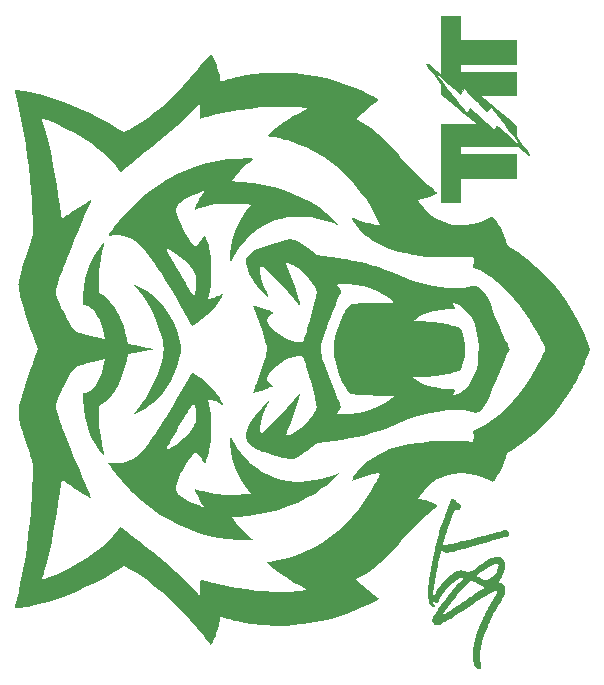
<source format=gbo>
%TF.GenerationSoftware,KiCad,Pcbnew,7.0.11*%
%TF.CreationDate,2024-05-22T12:52:35-06:00*%
%TF.ProjectId,H_Bridge,485f4272-6964-4676-952e-6b696361645f,rev?*%
%TF.SameCoordinates,Original*%
%TF.FileFunction,Legend,Bot*%
%TF.FilePolarity,Positive*%
%FSLAX46Y46*%
G04 Gerber Fmt 4.6, Leading zero omitted, Abs format (unit mm)*
G04 Created by KiCad (PCBNEW 7.0.11) date 2024-05-22 12:52:35*
%MOMM*%
%LPD*%
G01*
G04 APERTURE LIST*
%ADD10C,0.010000*%
G04 APERTURE END LIST*
%TO.C,REF\u002A\u002A*%
D10*
X175073733Y-64151933D02*
X179747333Y-64151933D01*
X179747333Y-66183933D01*
X175073733Y-66183933D01*
X175073733Y-66861266D01*
X179747333Y-66861266D01*
X179747333Y-68757095D01*
X178250199Y-68765914D01*
X176753064Y-68774733D01*
X177107199Y-69079747D01*
X177124692Y-69094811D01*
X177269110Y-69218888D01*
X177406799Y-69336749D01*
X177522914Y-69435708D01*
X177602610Y-69503081D01*
X177608675Y-69508184D01*
X177673437Y-69563569D01*
X177781627Y-69656897D01*
X177926719Y-69782509D01*
X178102188Y-69934744D01*
X178301510Y-70107942D01*
X178518159Y-70296442D01*
X178745610Y-70494586D01*
X179747333Y-71367772D01*
X179747333Y-72249346D01*
X180323066Y-72999028D01*
X180454996Y-73171727D01*
X180614389Y-73384330D01*
X180735282Y-73552021D01*
X180820365Y-73679202D01*
X180872332Y-73770272D01*
X180893876Y-73829635D01*
X180887690Y-73861691D01*
X180856466Y-73870841D01*
X180851845Y-73869509D01*
X180803637Y-73838159D01*
X180714984Y-73770183D01*
X180594172Y-73672262D01*
X180449483Y-73551078D01*
X180289200Y-73413311D01*
X180247115Y-73376718D01*
X180080735Y-73232929D01*
X179957130Y-73128619D01*
X179869810Y-73059284D01*
X179812282Y-73020419D01*
X179778057Y-73007520D01*
X179760644Y-73016083D01*
X179753550Y-73041603D01*
X179742834Y-73126600D01*
X175073733Y-73126600D01*
X175073733Y-73736200D01*
X179747333Y-73736200D01*
X179747333Y-75768199D01*
X175073733Y-75768199D01*
X175073733Y-77834066D01*
X173448133Y-77834066D01*
X173448133Y-71264623D01*
X174971944Y-71255811D01*
X176495756Y-71247000D01*
X176106658Y-70914885D01*
X176044379Y-70862026D01*
X175906152Y-70746844D01*
X175785390Y-70649041D01*
X175693323Y-70577623D01*
X175641180Y-70541597D01*
X175635271Y-70538202D01*
X175569364Y-70489505D01*
X175476653Y-70409931D01*
X175375242Y-70314912D01*
X175342005Y-70283467D01*
X175244661Y-70195554D01*
X175107490Y-70074850D01*
X174938418Y-69928211D01*
X174745373Y-69762496D01*
X174536283Y-69584562D01*
X174319075Y-69401266D01*
X173452465Y-68673133D01*
X173450299Y-68246916D01*
X173448133Y-67820700D01*
X172804666Y-67001158D01*
X172735030Y-66912275D01*
X172656421Y-66811207D01*
X172879161Y-66811207D01*
X172887401Y-66825506D01*
X172931926Y-66887467D01*
X173011180Y-66993428D01*
X173120946Y-67137976D01*
X173257003Y-67315697D01*
X173415133Y-67521181D01*
X173591118Y-67749013D01*
X173780739Y-67993781D01*
X173979777Y-68250073D01*
X174184013Y-68512475D01*
X174389229Y-68775575D01*
X174591206Y-69033961D01*
X174785725Y-69282220D01*
X174968568Y-69514938D01*
X175135516Y-69726704D01*
X175282350Y-69912105D01*
X175404852Y-70065727D01*
X175498802Y-70182159D01*
X175559983Y-70255987D01*
X175584175Y-70281800D01*
X175609565Y-70259358D01*
X175658129Y-70192042D01*
X175717199Y-70095533D01*
X175765797Y-70018158D01*
X175831548Y-69938482D01*
X175881544Y-69909266D01*
X175886221Y-69910631D01*
X175934438Y-69943414D01*
X176025106Y-70016203D01*
X176152514Y-70124041D01*
X176310950Y-70261971D01*
X176494704Y-70425035D01*
X176698067Y-70608274D01*
X176915326Y-70806733D01*
X176972130Y-70858922D01*
X177184879Y-71053597D01*
X177381009Y-71231850D01*
X177555005Y-71388748D01*
X177701350Y-71519363D01*
X177814530Y-71618763D01*
X177889028Y-71682019D01*
X177919330Y-71704200D01*
X177933177Y-71695971D01*
X177975215Y-71644082D01*
X178026723Y-71560266D01*
X178055324Y-71513806D01*
X178113790Y-71443864D01*
X178161384Y-71416333D01*
X178168175Y-71418723D01*
X178220462Y-71454038D01*
X178315881Y-71527870D01*
X178448681Y-71635461D01*
X178613115Y-71772051D01*
X178803435Y-71932881D01*
X179013892Y-72113194D01*
X179238738Y-72308229D01*
X179319058Y-72378256D01*
X179536951Y-72567570D01*
X179736637Y-72740126D01*
X179912663Y-72891273D01*
X180059578Y-73016361D01*
X180171927Y-73110739D01*
X180244259Y-73169756D01*
X180271121Y-73188763D01*
X180267008Y-73180531D01*
X180229684Y-73126831D01*
X180157146Y-73027959D01*
X180053612Y-72889399D01*
X179923301Y-72716633D01*
X179770433Y-72515145D01*
X179599226Y-72290419D01*
X179413901Y-72047938D01*
X179218676Y-71793185D01*
X179017770Y-71531642D01*
X178815403Y-71268795D01*
X178615794Y-71010125D01*
X178423161Y-70761116D01*
X178241724Y-70527252D01*
X178075702Y-70314016D01*
X177929315Y-70126890D01*
X177806781Y-69971359D01*
X177712320Y-69852905D01*
X177650150Y-69777012D01*
X177624492Y-69749164D01*
X177623929Y-69749007D01*
X177591561Y-69772391D01*
X177540508Y-69841602D01*
X177481564Y-69942072D01*
X177480976Y-69943175D01*
X177420641Y-70045553D01*
X177366826Y-70118516D01*
X177331119Y-70146333D01*
X177324370Y-70143018D01*
X177275709Y-70103097D01*
X177186691Y-70021989D01*
X177062606Y-69904773D01*
X176908742Y-69756531D01*
X176730390Y-69582344D01*
X176532839Y-69387291D01*
X176321379Y-69176454D01*
X175353214Y-68206576D01*
X175227492Y-68431388D01*
X175160828Y-68541870D01*
X175091576Y-68628201D01*
X175037481Y-68656199D01*
X175030449Y-68654018D01*
X174976820Y-68618772D01*
X174879915Y-68543872D01*
X174745019Y-68433745D01*
X174577419Y-68292821D01*
X174382402Y-68125527D01*
X174165254Y-67936293D01*
X173931262Y-67729546D01*
X173827704Y-67637531D01*
X173609986Y-67444662D01*
X173410780Y-67268973D01*
X173235423Y-67115121D01*
X173089249Y-66987763D01*
X172977590Y-66891553D01*
X172905783Y-66831150D01*
X172879161Y-66811207D01*
X172656421Y-66811207D01*
X172580900Y-66714110D01*
X172443381Y-66535332D01*
X172327561Y-66382681D01*
X172238531Y-66262899D01*
X172181381Y-66182728D01*
X172161200Y-66148908D01*
X172181279Y-66127620D01*
X172244064Y-66116200D01*
X172246580Y-66116282D01*
X172298895Y-66135913D01*
X172384645Y-66191975D01*
X172507487Y-66287294D01*
X172671075Y-66424695D01*
X172879064Y-66607003D01*
X172879161Y-66607090D01*
X173431200Y-67097807D01*
X173448570Y-62119933D01*
X175073733Y-62119933D01*
X175073733Y-64151933D01*
G36*
X175073733Y-64151933D02*
G01*
X179747333Y-64151933D01*
X179747333Y-66183933D01*
X175073733Y-66183933D01*
X175073733Y-66861266D01*
X179747333Y-66861266D01*
X179747333Y-68757095D01*
X178250199Y-68765914D01*
X176753064Y-68774733D01*
X177107199Y-69079747D01*
X177124692Y-69094811D01*
X177269110Y-69218888D01*
X177406799Y-69336749D01*
X177522914Y-69435708D01*
X177602610Y-69503081D01*
X177608675Y-69508184D01*
X177673437Y-69563569D01*
X177781627Y-69656897D01*
X177926719Y-69782509D01*
X178102188Y-69934744D01*
X178301510Y-70107942D01*
X178518159Y-70296442D01*
X178745610Y-70494586D01*
X179747333Y-71367772D01*
X179747333Y-72249346D01*
X180323066Y-72999028D01*
X180454996Y-73171727D01*
X180614389Y-73384330D01*
X180735282Y-73552021D01*
X180820365Y-73679202D01*
X180872332Y-73770272D01*
X180893876Y-73829635D01*
X180887690Y-73861691D01*
X180856466Y-73870841D01*
X180851845Y-73869509D01*
X180803637Y-73838159D01*
X180714984Y-73770183D01*
X180594172Y-73672262D01*
X180449483Y-73551078D01*
X180289200Y-73413311D01*
X180247115Y-73376718D01*
X180080735Y-73232929D01*
X179957130Y-73128619D01*
X179869810Y-73059284D01*
X179812282Y-73020419D01*
X179778057Y-73007520D01*
X179760644Y-73016083D01*
X179753550Y-73041603D01*
X179742834Y-73126600D01*
X175073733Y-73126600D01*
X175073733Y-73736200D01*
X179747333Y-73736200D01*
X179747333Y-75768199D01*
X175073733Y-75768199D01*
X175073733Y-77834066D01*
X173448133Y-77834066D01*
X173448133Y-71264623D01*
X174971944Y-71255811D01*
X176495756Y-71247000D01*
X176106658Y-70914885D01*
X176044379Y-70862026D01*
X175906152Y-70746844D01*
X175785390Y-70649041D01*
X175693323Y-70577623D01*
X175641180Y-70541597D01*
X175635271Y-70538202D01*
X175569364Y-70489505D01*
X175476653Y-70409931D01*
X175375242Y-70314912D01*
X175342005Y-70283467D01*
X175244661Y-70195554D01*
X175107490Y-70074850D01*
X174938418Y-69928211D01*
X174745373Y-69762496D01*
X174536283Y-69584562D01*
X174319075Y-69401266D01*
X173452465Y-68673133D01*
X173450299Y-68246916D01*
X173448133Y-67820700D01*
X172804666Y-67001158D01*
X172735030Y-66912275D01*
X172656421Y-66811207D01*
X172879161Y-66811207D01*
X172887401Y-66825506D01*
X172931926Y-66887467D01*
X173011180Y-66993428D01*
X173120946Y-67137976D01*
X173257003Y-67315697D01*
X173415133Y-67521181D01*
X173591118Y-67749013D01*
X173780739Y-67993781D01*
X173979777Y-68250073D01*
X174184013Y-68512475D01*
X174389229Y-68775575D01*
X174591206Y-69033961D01*
X174785725Y-69282220D01*
X174968568Y-69514938D01*
X175135516Y-69726704D01*
X175282350Y-69912105D01*
X175404852Y-70065727D01*
X175498802Y-70182159D01*
X175559983Y-70255987D01*
X175584175Y-70281800D01*
X175609565Y-70259358D01*
X175658129Y-70192042D01*
X175717199Y-70095533D01*
X175765797Y-70018158D01*
X175831548Y-69938482D01*
X175881544Y-69909266D01*
X175886221Y-69910631D01*
X175934438Y-69943414D01*
X176025106Y-70016203D01*
X176152514Y-70124041D01*
X176310950Y-70261971D01*
X176494704Y-70425035D01*
X176698067Y-70608274D01*
X176915326Y-70806733D01*
X176972130Y-70858922D01*
X177184879Y-71053597D01*
X177381009Y-71231850D01*
X177555005Y-71388748D01*
X177701350Y-71519363D01*
X177814530Y-71618763D01*
X177889028Y-71682019D01*
X177919330Y-71704200D01*
X177933177Y-71695971D01*
X177975215Y-71644082D01*
X178026723Y-71560266D01*
X178055324Y-71513806D01*
X178113790Y-71443864D01*
X178161384Y-71416333D01*
X178168175Y-71418723D01*
X178220462Y-71454038D01*
X178315881Y-71527870D01*
X178448681Y-71635461D01*
X178613115Y-71772051D01*
X178803435Y-71932881D01*
X179013892Y-72113194D01*
X179238738Y-72308229D01*
X179319058Y-72378256D01*
X179536951Y-72567570D01*
X179736637Y-72740126D01*
X179912663Y-72891273D01*
X180059578Y-73016361D01*
X180171927Y-73110739D01*
X180244259Y-73169756D01*
X180271121Y-73188763D01*
X180267008Y-73180531D01*
X180229684Y-73126831D01*
X180157146Y-73027959D01*
X180053612Y-72889399D01*
X179923301Y-72716633D01*
X179770433Y-72515145D01*
X179599226Y-72290419D01*
X179413901Y-72047938D01*
X179218676Y-71793185D01*
X179017770Y-71531642D01*
X178815403Y-71268795D01*
X178615794Y-71010125D01*
X178423161Y-70761116D01*
X178241724Y-70527252D01*
X178075702Y-70314016D01*
X177929315Y-70126890D01*
X177806781Y-69971359D01*
X177712320Y-69852905D01*
X177650150Y-69777012D01*
X177624492Y-69749164D01*
X177623929Y-69749007D01*
X177591561Y-69772391D01*
X177540508Y-69841602D01*
X177481564Y-69942072D01*
X177480976Y-69943175D01*
X177420641Y-70045553D01*
X177366826Y-70118516D01*
X177331119Y-70146333D01*
X177324370Y-70143018D01*
X177275709Y-70103097D01*
X177186691Y-70021989D01*
X177062606Y-69904773D01*
X176908742Y-69756531D01*
X176730390Y-69582344D01*
X176532839Y-69387291D01*
X176321379Y-69176454D01*
X175353214Y-68206576D01*
X175227492Y-68431388D01*
X175160828Y-68541870D01*
X175091576Y-68628201D01*
X175037481Y-68656199D01*
X175030449Y-68654018D01*
X174976820Y-68618772D01*
X174879915Y-68543872D01*
X174745019Y-68433745D01*
X174577419Y-68292821D01*
X174382402Y-68125527D01*
X174165254Y-67936293D01*
X173931262Y-67729546D01*
X173827704Y-67637531D01*
X173609986Y-67444662D01*
X173410780Y-67268973D01*
X173235423Y-67115121D01*
X173089249Y-66987763D01*
X172977590Y-66891553D01*
X172905783Y-66831150D01*
X172879161Y-66811207D01*
X172656421Y-66811207D01*
X172580900Y-66714110D01*
X172443381Y-66535332D01*
X172327561Y-66382681D01*
X172238531Y-66262899D01*
X172181381Y-66182728D01*
X172161200Y-66148908D01*
X172181279Y-66127620D01*
X172244064Y-66116200D01*
X172246580Y-66116282D01*
X172298895Y-66135913D01*
X172384645Y-66191975D01*
X172507487Y-66287294D01*
X172671075Y-66424695D01*
X172879064Y-66607003D01*
X172879161Y-66607090D01*
X173431200Y-67097807D01*
X173448570Y-62119933D01*
X175073733Y-62119933D01*
X175073733Y-64151933D01*
G37*
G36*
X147503178Y-84847747D02*
G01*
X147599197Y-84875389D01*
X147729139Y-84925799D01*
X147883569Y-84994592D01*
X148053051Y-85077386D01*
X148228150Y-85169796D01*
X148399431Y-85267439D01*
X148557458Y-85365930D01*
X148912168Y-85617973D01*
X149374330Y-86012076D01*
X149793895Y-86452597D01*
X150170750Y-86939356D01*
X150504785Y-87472171D01*
X150795890Y-88050860D01*
X151043955Y-88675242D01*
X151248868Y-89345134D01*
X151410521Y-90060355D01*
X151425071Y-90165969D01*
X151428020Y-90290868D01*
X151416344Y-90437817D01*
X151388974Y-90619643D01*
X151344843Y-90849175D01*
X151277269Y-91150876D01*
X151091971Y-91797156D01*
X150859238Y-92409490D01*
X150580692Y-92985333D01*
X150257951Y-93522138D01*
X149892636Y-94017361D01*
X149486369Y-94468454D01*
X149040770Y-94872873D01*
X148557458Y-95228072D01*
X148534120Y-95243276D01*
X148373410Y-95341924D01*
X148200916Y-95439040D01*
X148026071Y-95530242D01*
X147858311Y-95611145D01*
X147707072Y-95677366D01*
X147581789Y-95724521D01*
X147491896Y-95748225D01*
X147446831Y-95744096D01*
X147445921Y-95740353D01*
X147466892Y-95700953D01*
X147520133Y-95631349D01*
X147596528Y-95543747D01*
X147614745Y-95523534D01*
X147703722Y-95419037D01*
X147814183Y-95282839D01*
X147933820Y-95130320D01*
X148050320Y-94976856D01*
X148118538Y-94883886D01*
X148422875Y-94435207D01*
X148713085Y-93953130D01*
X148984323Y-93448274D01*
X149231742Y-92931254D01*
X149450498Y-92412687D01*
X149635747Y-91903187D01*
X149782643Y-91413373D01*
X149886340Y-90953859D01*
X149898447Y-90881155D01*
X149929592Y-90579199D01*
X149937956Y-90253318D01*
X149923539Y-89931101D01*
X149886340Y-89640143D01*
X149809825Y-89287582D01*
X149672053Y-88805386D01*
X149495023Y-88301537D01*
X149283970Y-87786534D01*
X149044134Y-87270877D01*
X148780753Y-86765065D01*
X148499063Y-86279598D01*
X148204304Y-85824974D01*
X147901713Y-85411694D01*
X147596528Y-85050255D01*
X147575384Y-85026918D01*
X147504019Y-84942739D01*
X147458128Y-84879667D01*
X147446831Y-84849906D01*
X147450517Y-84847258D01*
X147503178Y-84847747D01*
G37*
G36*
X157328979Y-74144966D02*
G01*
X157455793Y-74148704D01*
X157536302Y-74155458D01*
X157562152Y-74165442D01*
X157537027Y-74193627D01*
X157471004Y-74252359D01*
X157374811Y-74331833D01*
X157258939Y-74423132D01*
X157151295Y-74508015D01*
X156877039Y-74741007D01*
X156615468Y-74986274D01*
X156374910Y-75234939D01*
X156163690Y-75478119D01*
X155990135Y-75706934D01*
X155862569Y-75912504D01*
X155763571Y-76098243D01*
X155867968Y-76098731D01*
X155936099Y-76100218D01*
X156088578Y-76107338D01*
X156279816Y-76119270D01*
X156494962Y-76134853D01*
X156719163Y-76152926D01*
X156937568Y-76172329D01*
X157135325Y-76191900D01*
X157297582Y-76210478D01*
X157551567Y-76244762D01*
X158436576Y-76397685D01*
X159294153Y-76598484D01*
X160121146Y-76845913D01*
X160914403Y-77138723D01*
X161670771Y-77475669D01*
X162387099Y-77855501D01*
X163060233Y-78276974D01*
X163687023Y-78738840D01*
X163759033Y-78798320D01*
X163895539Y-78916903D01*
X164052951Y-79058757D01*
X164217045Y-79210998D01*
X164373602Y-79360746D01*
X164504725Y-79489791D01*
X164617694Y-79603511D01*
X164705584Y-79694728D01*
X164761584Y-79756372D01*
X164778882Y-79781374D01*
X164778538Y-79781613D01*
X164743288Y-79774638D01*
X164661909Y-79748143D01*
X164546132Y-79706191D01*
X164407685Y-79652841D01*
X164330853Y-79622875D01*
X163690654Y-79405125D01*
X163045456Y-79241219D01*
X162400247Y-79131403D01*
X161760011Y-79075924D01*
X161129734Y-79075030D01*
X160514402Y-79128967D01*
X159919000Y-79237981D01*
X159348514Y-79402321D01*
X158873179Y-79589586D01*
X158384396Y-79837815D01*
X157920908Y-80135865D01*
X157476002Y-80488094D01*
X157042964Y-80898860D01*
X156907428Y-81041141D01*
X156601322Y-81389384D01*
X156325295Y-81747492D01*
X156066371Y-82133003D01*
X155811576Y-82563457D01*
X155627684Y-82891652D01*
X155599103Y-82784326D01*
X155594559Y-82759335D01*
X155587326Y-82666019D01*
X155583775Y-82530298D01*
X155584152Y-82366244D01*
X155588702Y-82187933D01*
X155631652Y-81680671D01*
X155737907Y-81103652D01*
X155903445Y-80530363D01*
X156126351Y-79965580D01*
X156404706Y-79414081D01*
X156736597Y-78880643D01*
X157120106Y-78370044D01*
X157195001Y-78275928D01*
X157265116Y-78180618D01*
X157308882Y-78112012D01*
X157318983Y-78080752D01*
X157314914Y-78077409D01*
X157252551Y-78055572D01*
X157135992Y-78036128D01*
X156972990Y-78019200D01*
X156771296Y-78004910D01*
X156538661Y-77993380D01*
X156282838Y-77984730D01*
X156011576Y-77979083D01*
X155732629Y-77976561D01*
X155453747Y-77977284D01*
X155182682Y-77981376D01*
X154927185Y-77988957D01*
X154695008Y-78000149D01*
X154493902Y-78015074D01*
X154331619Y-78033854D01*
X153993003Y-78088611D01*
X153646370Y-78157709D01*
X153334751Y-78236099D01*
X153043101Y-78327207D01*
X152942109Y-78361597D01*
X152812092Y-78404816D01*
X152709508Y-78437686D01*
X152650428Y-78454975D01*
X152578429Y-78472444D01*
X152645626Y-78287145D01*
X152652274Y-78269048D01*
X152729696Y-78079435D01*
X152827804Y-77866910D01*
X152938049Y-77647879D01*
X153051879Y-77438749D01*
X153160744Y-77255928D01*
X153256092Y-77115821D01*
X153296461Y-77061657D01*
X153360008Y-76972024D01*
X153399320Y-76910214D01*
X153407135Y-76887217D01*
X153392003Y-76890799D01*
X153327153Y-76911936D01*
X153225480Y-76947807D01*
X153101060Y-76993520D01*
X152760750Y-77126742D01*
X152394058Y-77284973D01*
X152058943Y-77445675D01*
X151761405Y-77605597D01*
X151507447Y-77761489D01*
X151303067Y-77910099D01*
X151154269Y-78048176D01*
X151129326Y-78077963D01*
X151048912Y-78225984D01*
X151011307Y-78408656D01*
X151016804Y-78627653D01*
X151065692Y-78884648D01*
X151158261Y-79181314D01*
X151294802Y-79519325D01*
X151475605Y-79900355D01*
X151603653Y-80146711D01*
X151757579Y-80424206D01*
X151911714Y-80683759D01*
X152062176Y-80919781D01*
X152205080Y-81126687D01*
X152336542Y-81298890D01*
X152452679Y-81430804D01*
X152549606Y-81516842D01*
X152623441Y-81551418D01*
X152681776Y-81542891D01*
X152783734Y-81480542D01*
X152907900Y-81359273D01*
X153054212Y-81179144D01*
X153222608Y-80940220D01*
X153300340Y-80824511D01*
X153363122Y-80735035D01*
X153404635Y-80685509D01*
X153432220Y-80669224D01*
X153453219Y-80679466D01*
X153474974Y-80709526D01*
X153480705Y-80718814D01*
X153524236Y-80810421D01*
X153576778Y-80948535D01*
X153634164Y-81120134D01*
X153692226Y-81312193D01*
X153746797Y-81511688D01*
X153793709Y-81705597D01*
X153809945Y-81778892D01*
X153860261Y-82017406D01*
X153900032Y-82231465D01*
X153930450Y-82433575D01*
X153952705Y-82636237D01*
X153967988Y-82851954D01*
X153977490Y-83093229D01*
X153982403Y-83372566D01*
X153983916Y-83702467D01*
X153983772Y-83862413D01*
X153981451Y-84159184D01*
X153975415Y-84411117D01*
X153964474Y-84630583D01*
X153947442Y-84829954D01*
X153923130Y-85021601D01*
X153890351Y-85217896D01*
X153847918Y-85431209D01*
X153794642Y-85673913D01*
X153768514Y-85795168D01*
X153745843Y-85914153D01*
X153733385Y-85997911D01*
X153733369Y-86033367D01*
X153764035Y-86038466D01*
X153843579Y-86029101D01*
X153955409Y-86006096D01*
X154084461Y-85973022D01*
X154215674Y-85933449D01*
X154333988Y-85890950D01*
X154461479Y-85832461D01*
X154608855Y-85753787D01*
X154743505Y-85672264D01*
X154775054Y-85651817D01*
X154870588Y-85593551D01*
X154940767Y-85556288D01*
X154972220Y-85547332D01*
X154975318Y-85559754D01*
X154960633Y-85620792D01*
X154921195Y-85719876D01*
X154862033Y-85845957D01*
X154788178Y-85987990D01*
X154704659Y-86134928D01*
X154692733Y-86154876D01*
X154386163Y-86610786D01*
X154032828Y-87039792D01*
X153641410Y-87433132D01*
X153220594Y-87782047D01*
X152779062Y-88077775D01*
X152736235Y-88102924D01*
X152613648Y-88172501D01*
X152506306Y-88230218D01*
X152433525Y-88265575D01*
X152333939Y-88307547D01*
X152121380Y-87921839D01*
X152014304Y-87728244D01*
X151697792Y-87163628D01*
X151373623Y-86596042D01*
X151045793Y-86032083D01*
X150718295Y-85478348D01*
X150395126Y-84941434D01*
X150080278Y-84427940D01*
X149777748Y-83944463D01*
X149491529Y-83497600D01*
X149225615Y-83093949D01*
X148984002Y-82740107D01*
X148743733Y-82403797D01*
X148484561Y-82062806D01*
X148241866Y-81770630D01*
X148227226Y-81754932D01*
X150163171Y-81754932D01*
X150166002Y-81776903D01*
X150196272Y-81849357D01*
X150253833Y-81966551D01*
X150335638Y-82123246D01*
X150438645Y-82314202D01*
X150559809Y-82534179D01*
X150696086Y-82777937D01*
X150844433Y-83040238D01*
X151001804Y-83315841D01*
X151165156Y-83599506D01*
X151331445Y-83885994D01*
X151497626Y-84170065D01*
X151660657Y-84446480D01*
X151817491Y-84709998D01*
X151965086Y-84955380D01*
X152100398Y-85177387D01*
X152220381Y-85370779D01*
X152321993Y-85530315D01*
X152402188Y-85650757D01*
X152457924Y-85726865D01*
X152486155Y-85753398D01*
X152496411Y-85747977D01*
X152528717Y-85695763D01*
X152569368Y-85596302D01*
X152614533Y-85459656D01*
X152660381Y-85295883D01*
X152679228Y-85206716D01*
X152702785Y-85033972D01*
X152718456Y-84838320D01*
X152725203Y-84640975D01*
X152721991Y-84463149D01*
X152707781Y-84326057D01*
X152652134Y-84088151D01*
X152548385Y-83801366D01*
X152404346Y-83526434D01*
X152216917Y-83259969D01*
X151983001Y-82998586D01*
X151699497Y-82738899D01*
X151363307Y-82477520D01*
X150971332Y-82211065D01*
X150520473Y-81936147D01*
X150507091Y-81928376D01*
X150378102Y-81855666D01*
X150270517Y-81798836D01*
X150195239Y-81763415D01*
X150163171Y-81754932D01*
X148227226Y-81754932D01*
X148010548Y-81522598D01*
X147785508Y-81314034D01*
X147561644Y-81140266D01*
X147333857Y-80996620D01*
X147097047Y-80878422D01*
X146846112Y-80780999D01*
X146502886Y-80684743D01*
X146132660Y-80632106D01*
X145757318Y-80634735D01*
X145362737Y-80691781D01*
X145359434Y-80692447D01*
X145287447Y-80698240D01*
X145260191Y-80681222D01*
X145261763Y-80674417D01*
X145289731Y-80621527D01*
X145347869Y-80529895D01*
X145429904Y-80408397D01*
X145529564Y-80265915D01*
X145640576Y-80111325D01*
X145756668Y-79953508D01*
X145871567Y-79801343D01*
X145979001Y-79663709D01*
X146155819Y-79447527D01*
X146463293Y-79091806D01*
X146796544Y-78727241D01*
X147143571Y-78366205D01*
X147492376Y-78021071D01*
X147830958Y-77704212D01*
X148147318Y-77428000D01*
X148768980Y-76932566D01*
X149535805Y-76386343D01*
X150163171Y-75996221D01*
X150316445Y-75900909D01*
X151112654Y-75475489D01*
X151926187Y-75109306D01*
X152758797Y-74801582D01*
X153612240Y-74551540D01*
X154488268Y-74358405D01*
X155388638Y-74221399D01*
X155482056Y-74211542D01*
X155649757Y-74197817D01*
X155846326Y-74185172D01*
X156063409Y-74173822D01*
X156292655Y-74163983D01*
X156525711Y-74155869D01*
X156754224Y-74149695D01*
X156969841Y-74145677D01*
X157164210Y-74144029D01*
X157328979Y-74144966D01*
G37*
G36*
X152432833Y-92328138D02*
G01*
X152453162Y-92337304D01*
X152485339Y-92353690D01*
X152540496Y-92381778D01*
X152655587Y-92444927D01*
X152779062Y-92516227D01*
X152798237Y-92527659D01*
X153239061Y-92825839D01*
X153658799Y-93176831D01*
X154048766Y-93571875D01*
X154400281Y-94002210D01*
X154704659Y-94459074D01*
X154740878Y-94521141D01*
X154822557Y-94670320D01*
X154891253Y-94808346D01*
X154942108Y-94924471D01*
X154970263Y-95007948D01*
X154970861Y-95048029D01*
X154970252Y-95048489D01*
X154935757Y-95038153D01*
X154865700Y-94998896D01*
X154774495Y-94938741D01*
X154661729Y-94867553D01*
X154511794Y-94785851D01*
X154368528Y-94718915D01*
X154253441Y-94675362D01*
X154116776Y-94631342D01*
X153982074Y-94594281D01*
X153863697Y-94567756D01*
X153776008Y-94555348D01*
X153733369Y-94560635D01*
X153732607Y-94588192D01*
X153743515Y-94666189D01*
X153764936Y-94781180D01*
X153794642Y-94920089D01*
X153828510Y-95072313D01*
X153874609Y-95293136D01*
X153910755Y-95492150D01*
X153938095Y-95681480D01*
X153957779Y-95873253D01*
X153970955Y-96079596D01*
X153978774Y-96312636D01*
X153982383Y-96584499D01*
X153982932Y-96907312D01*
X153982193Y-97143115D01*
X153980141Y-97385629D01*
X153976320Y-97583943D01*
X153970188Y-97748505D01*
X153961203Y-97889762D01*
X153948820Y-98018161D01*
X153932498Y-98144147D01*
X153911694Y-98278169D01*
X153908380Y-98298199D01*
X153861490Y-98555240D01*
X153806789Y-98815013D01*
X153746852Y-99068234D01*
X153684256Y-99305614D01*
X153621576Y-99517868D01*
X153561388Y-99695708D01*
X153506267Y-99829850D01*
X153458791Y-99911005D01*
X153450225Y-99918278D01*
X153423152Y-99914418D01*
X153381954Y-99875453D01*
X153320696Y-99794940D01*
X153233442Y-99666438D01*
X153182594Y-99591747D01*
X153076432Y-99445814D01*
X152969773Y-99309813D01*
X152879434Y-99205631D01*
X152868607Y-99194235D01*
X152770496Y-99099763D01*
X152689379Y-99048197D01*
X152614921Y-99041500D01*
X152536783Y-99081633D01*
X152444628Y-99170558D01*
X152328118Y-99310234D01*
X152242797Y-99420506D01*
X151988308Y-99787337D01*
X151731914Y-100212792D01*
X151475605Y-100693647D01*
X151456852Y-100731073D01*
X151278650Y-101112124D01*
X151145442Y-101450361D01*
X151057029Y-101746894D01*
X151013215Y-102002834D01*
X151013801Y-102219293D01*
X151058591Y-102397380D01*
X151147385Y-102538206D01*
X151268918Y-102654245D01*
X151467221Y-102804018D01*
X151716293Y-102961285D01*
X152010172Y-103122805D01*
X152342900Y-103285339D01*
X152708516Y-103445644D01*
X153101060Y-103600482D01*
X153174448Y-103627644D01*
X153287531Y-103668304D01*
X153369786Y-103696315D01*
X153407135Y-103706785D01*
X153407432Y-103700300D01*
X153382272Y-103655674D01*
X153329405Y-103577972D01*
X153256092Y-103478181D01*
X153246873Y-103465833D01*
X153149685Y-103320416D01*
X153039888Y-103134025D01*
X152926033Y-102923067D01*
X152816670Y-102703949D01*
X152720351Y-102493076D01*
X152645626Y-102306857D01*
X152578429Y-102121558D01*
X152650428Y-102139027D01*
X152687599Y-102149592D01*
X152779458Y-102178567D01*
X152903316Y-102219378D01*
X153043101Y-102266795D01*
X153293796Y-102346204D01*
X153601776Y-102426140D01*
X153942702Y-102496313D01*
X154331619Y-102560148D01*
X154352350Y-102563102D01*
X154520715Y-102581317D01*
X154726784Y-102595696D01*
X154962805Y-102606359D01*
X155221028Y-102613429D01*
X155493700Y-102617027D01*
X155773070Y-102617275D01*
X156051387Y-102614294D01*
X156320899Y-102608206D01*
X156573854Y-102599133D01*
X156802501Y-102587197D01*
X156999089Y-102572518D01*
X157155867Y-102555220D01*
X157265081Y-102535423D01*
X157318983Y-102513250D01*
X157312711Y-102489299D01*
X157273514Y-102425600D01*
X157206873Y-102333606D01*
X157120106Y-102223957D01*
X156877975Y-101910185D01*
X156535055Y-101392320D01*
X156228794Y-100834987D01*
X156076549Y-100510384D01*
X155874413Y-99990139D01*
X155727582Y-99473046D01*
X155633273Y-98948543D01*
X155588702Y-98406069D01*
X155586053Y-98322357D01*
X155583472Y-98148919D01*
X155584951Y-97996276D01*
X155590243Y-97878504D01*
X155599103Y-97809676D01*
X155627684Y-97702350D01*
X155811576Y-98030545D01*
X155885518Y-98160360D01*
X156179567Y-98633871D01*
X156490123Y-99064206D01*
X156829314Y-99467231D01*
X157209269Y-99858808D01*
X157347724Y-99989032D01*
X157817496Y-100378939D01*
X158310878Y-100710879D01*
X158829203Y-100985409D01*
X159373805Y-101203089D01*
X159946017Y-101364477D01*
X160547172Y-101470130D01*
X161178604Y-101520607D01*
X161492614Y-101524008D01*
X162082785Y-101492500D01*
X162686787Y-101414813D01*
X163289160Y-101293743D01*
X163874449Y-101132088D01*
X164427194Y-100932647D01*
X164530319Y-100891208D01*
X164647224Y-100846306D01*
X164733065Y-100815809D01*
X164774275Y-100804717D01*
X164775147Y-100813556D01*
X164741995Y-100857716D01*
X164673136Y-100933124D01*
X164575419Y-101033217D01*
X164455693Y-101151431D01*
X164320808Y-101281203D01*
X164177611Y-101415971D01*
X164032952Y-101549170D01*
X163893681Y-101674238D01*
X163766646Y-101784612D01*
X163658697Y-101873727D01*
X163398212Y-102073632D01*
X162740011Y-102523914D01*
X162038688Y-102930758D01*
X161297003Y-103293207D01*
X160517716Y-103610300D01*
X159703585Y-103881079D01*
X158857368Y-104104586D01*
X157981826Y-104279861D01*
X157079718Y-104405945D01*
X156153801Y-104481881D01*
X155767287Y-104502731D01*
X155864427Y-104684984D01*
X155912602Y-104769022D01*
X156059286Y-104983027D01*
X156248172Y-105216734D01*
X156470919Y-105461257D01*
X156719189Y-105707712D01*
X156984642Y-105947211D01*
X157258939Y-106170870D01*
X157367182Y-106256030D01*
X157465103Y-106336628D01*
X157533591Y-106397110D01*
X157562152Y-106428560D01*
X157551466Y-106435460D01*
X157488365Y-106443182D01*
X157376218Y-106447879D01*
X157223422Y-106449760D01*
X157038372Y-106449036D01*
X156829466Y-106445915D01*
X156605100Y-106440609D01*
X156373669Y-106433327D01*
X156143569Y-106424279D01*
X155923198Y-106413674D01*
X155720951Y-106401723D01*
X155545224Y-106388636D01*
X155404414Y-106374622D01*
X154627074Y-106260279D01*
X153747890Y-106076055D01*
X152892549Y-105835755D01*
X152059016Y-105538479D01*
X151245259Y-105183329D01*
X150449245Y-104769406D01*
X149668938Y-104295809D01*
X148902307Y-103761641D01*
X148147318Y-103166002D01*
X148031038Y-103066241D01*
X147828620Y-102884226D01*
X147603050Y-102673529D01*
X147365635Y-102445216D01*
X147127684Y-102210352D01*
X146900504Y-101980005D01*
X146695406Y-101765240D01*
X146523696Y-101577125D01*
X146391763Y-101425285D01*
X146228575Y-101231272D01*
X146064341Y-101030089D01*
X145903686Y-100827903D01*
X145751233Y-100630879D01*
X145611609Y-100445185D01*
X145489437Y-100276988D01*
X145389344Y-100132454D01*
X145315953Y-100017750D01*
X145273889Y-99939043D01*
X145267778Y-99902499D01*
X145295394Y-99898241D01*
X145369730Y-99905054D01*
X145470670Y-99923311D01*
X145523109Y-99933113D01*
X145708187Y-99952845D01*
X145924461Y-99959870D01*
X146149231Y-99954516D01*
X146359796Y-99937112D01*
X146533454Y-99907983D01*
X146672629Y-99872385D01*
X146912867Y-99795873D01*
X147141514Y-99700764D01*
X147362148Y-99583599D01*
X147578351Y-99440917D01*
X147793703Y-99269258D01*
X148011784Y-99065162D01*
X148223178Y-98839070D01*
X150163171Y-98839070D01*
X150190388Y-98832918D01*
X150262797Y-98798970D01*
X150370291Y-98741821D01*
X150503253Y-98667004D01*
X150652068Y-98580051D01*
X150807118Y-98486491D01*
X150958787Y-98391857D01*
X151097458Y-98301680D01*
X151375448Y-98108499D01*
X151704548Y-97852856D01*
X151980157Y-97601351D01*
X152206980Y-97348582D01*
X152389722Y-97089148D01*
X152533088Y-96817647D01*
X152641782Y-96528678D01*
X152668290Y-96421756D01*
X152695964Y-96255455D01*
X152716650Y-96069643D01*
X152728651Y-95884593D01*
X152730265Y-95720577D01*
X152719796Y-95597871D01*
X152717147Y-95583230D01*
X152679853Y-95399714D01*
X152637724Y-95226209D01*
X152593983Y-95073130D01*
X152551855Y-94950892D01*
X152514566Y-94869911D01*
X152485339Y-94840603D01*
X152466348Y-94856309D01*
X152416858Y-94921308D01*
X152342196Y-95031869D01*
X152245405Y-95182750D01*
X152129528Y-95368712D01*
X151997608Y-95584514D01*
X151852689Y-95824916D01*
X151697815Y-96084678D01*
X151536028Y-96358560D01*
X151370371Y-96641322D01*
X151203889Y-96927723D01*
X151039625Y-97212524D01*
X150880620Y-97490484D01*
X150729920Y-97756362D01*
X150590568Y-98004920D01*
X150465606Y-98230916D01*
X150358078Y-98429111D01*
X150271027Y-98594263D01*
X150207496Y-98721134D01*
X150170530Y-98804483D01*
X150163171Y-98839070D01*
X148223178Y-98839070D01*
X148236175Y-98825169D01*
X148470454Y-98545820D01*
X148718204Y-98223654D01*
X148983004Y-97855211D01*
X149268434Y-97437031D01*
X149578074Y-96965655D01*
X149757053Y-96685386D01*
X149980364Y-96328048D01*
X150222939Y-95933145D01*
X150479163Y-95510178D01*
X150743416Y-95068643D01*
X151010080Y-94618040D01*
X151273539Y-94167867D01*
X151528174Y-93727622D01*
X151768367Y-93306803D01*
X151988501Y-92914909D01*
X152182957Y-92561439D01*
X152332555Y-92285876D01*
X152432833Y-92328138D01*
G37*
G36*
X160766956Y-80993679D02*
G01*
X160920476Y-81018471D01*
X161082590Y-81067044D01*
X161258531Y-81142287D01*
X161453532Y-81247091D01*
X161672827Y-81384346D01*
X161921648Y-81556941D01*
X162205229Y-81767767D01*
X162528804Y-82019713D01*
X162964001Y-82364363D01*
X163488383Y-82420076D01*
X163497602Y-82421057D01*
X164114769Y-82494766D01*
X164760900Y-82586419D01*
X165152267Y-82650137D01*
X165406465Y-82691523D01*
X166021930Y-82805585D01*
X166099447Y-82821040D01*
X166595285Y-82925111D01*
X167040975Y-83029060D01*
X167447711Y-83136214D01*
X167826688Y-83249899D01*
X168189101Y-83373441D01*
X168546143Y-83510165D01*
X168909011Y-83663399D01*
X169031947Y-83717176D01*
X169852042Y-84058583D01*
X170633650Y-84352626D01*
X171378927Y-84599867D01*
X172090031Y-84800866D01*
X172769117Y-84956184D01*
X173418343Y-85066384D01*
X174039866Y-85132026D01*
X174471349Y-85147697D01*
X174635843Y-85153671D01*
X174997329Y-85145780D01*
X175378548Y-85115658D01*
X175727468Y-85061312D01*
X176058796Y-84980958D01*
X176099564Y-84969481D01*
X176245654Y-84934166D01*
X176349393Y-84921570D01*
X176423497Y-84929912D01*
X176588185Y-84993409D01*
X176759340Y-85099533D01*
X176922800Y-85247176D01*
X177081086Y-85439863D01*
X177236722Y-85681118D01*
X177392230Y-85974465D01*
X177550132Y-86323430D01*
X177712951Y-86731535D01*
X177746849Y-86820803D01*
X178030454Y-87544855D01*
X178322015Y-88247069D01*
X178631729Y-88951380D01*
X178969791Y-89681721D01*
X178982859Y-89709368D01*
X179064053Y-89883025D01*
X179134580Y-90037001D01*
X179190283Y-90161992D01*
X179227004Y-90248692D01*
X179240588Y-90287800D01*
X179240211Y-90291166D01*
X179223169Y-90340105D01*
X179183767Y-90434997D01*
X179126039Y-90566611D01*
X179054020Y-90725716D01*
X178971743Y-90903080D01*
X178837983Y-91190712D01*
X178567281Y-91788783D01*
X178309020Y-92380745D01*
X178068267Y-92954634D01*
X177850092Y-93498487D01*
X177659563Y-94000340D01*
X177657363Y-94006327D01*
X177500260Y-94396581D01*
X177333901Y-94740355D01*
X177160465Y-95034330D01*
X176982134Y-95275184D01*
X176801088Y-95459596D01*
X176619509Y-95584245D01*
X176531312Y-95626972D01*
X176429979Y-95661475D01*
X176331053Y-95669956D01*
X176214127Y-95653463D01*
X176058796Y-95613044D01*
X176027586Y-95604216D01*
X175714058Y-95529931D01*
X175384734Y-95479041D01*
X175024720Y-95449757D01*
X174619124Y-95440293D01*
X174336472Y-95444514D01*
X173923577Y-95467476D01*
X173505924Y-95511988D01*
X173070654Y-95579846D01*
X172604913Y-95672847D01*
X172095843Y-95792785D01*
X171817241Y-95865862D01*
X171151524Y-96064959D01*
X170445331Y-96308812D01*
X169697683Y-96597772D01*
X168907604Y-96932187D01*
X168663793Y-97036017D01*
X168241056Y-97199685D01*
X167800049Y-97349533D01*
X167333302Y-97487558D01*
X166833349Y-97615758D01*
X166292722Y-97736129D01*
X165703951Y-97850670D01*
X165059570Y-97961377D01*
X165009611Y-97969383D01*
X164812600Y-97999516D01*
X164589832Y-98031782D01*
X164351107Y-98064931D01*
X164106225Y-98097714D01*
X163864986Y-98128881D01*
X163637191Y-98157183D01*
X163432639Y-98181370D01*
X163261131Y-98200194D01*
X163132467Y-98212405D01*
X163056447Y-98216753D01*
X163046605Y-98217796D01*
X162978810Y-98246813D01*
X162869294Y-98316334D01*
X162716670Y-98427297D01*
X162519550Y-98580645D01*
X162367542Y-98700595D01*
X162060211Y-98935643D01*
X161789937Y-99130140D01*
X161551547Y-99286931D01*
X161339864Y-99408863D01*
X161149713Y-99498780D01*
X160975920Y-99559528D01*
X160813309Y-99593953D01*
X160656704Y-99604900D01*
X160600156Y-99600602D01*
X160468430Y-99578251D01*
X160285872Y-99538067D01*
X160057875Y-99481462D01*
X159789833Y-99409847D01*
X159487140Y-99324632D01*
X159155191Y-99227229D01*
X158799379Y-99119048D01*
X158658578Y-99077457D01*
X158537948Y-99045488D01*
X158451781Y-99026741D01*
X158412857Y-99024346D01*
X158405120Y-99027937D01*
X158386154Y-99013197D01*
X158369139Y-98995928D01*
X158306121Y-98964705D01*
X158212577Y-98930829D01*
X158021384Y-98862009D01*
X157755718Y-98736986D01*
X157514377Y-98588981D01*
X157307008Y-98424976D01*
X157143257Y-98251953D01*
X157032771Y-98076894D01*
X156996061Y-97984372D01*
X156947083Y-97745484D01*
X156948769Y-97479830D01*
X156999833Y-97193190D01*
X157098987Y-96891340D01*
X157244943Y-96580059D01*
X157436415Y-96265124D01*
X157444919Y-96252678D01*
X157542452Y-96117386D01*
X157662090Y-95961950D01*
X157798228Y-95792671D01*
X157945261Y-95615851D01*
X158097582Y-95437790D01*
X158249588Y-95264792D01*
X158395672Y-95103156D01*
X158530230Y-94959185D01*
X158647656Y-94839179D01*
X158742344Y-94749442D01*
X158808691Y-94696273D01*
X158841090Y-94685975D01*
X158842069Y-94690693D01*
X158828521Y-94739308D01*
X158792618Y-94830303D01*
X158738829Y-94952860D01*
X158671624Y-95096161D01*
X158635202Y-95172860D01*
X158441328Y-95633240D01*
X158292868Y-96084929D01*
X158192306Y-96519337D01*
X158142126Y-96927872D01*
X158140642Y-96953116D01*
X158135767Y-97138655D01*
X158145648Y-97266713D01*
X158170862Y-97340900D01*
X158211987Y-97364827D01*
X158246238Y-97355704D01*
X158332693Y-97303907D01*
X158454986Y-97209057D01*
X158610029Y-97074272D01*
X158794734Y-96902672D01*
X159006013Y-96697375D01*
X159240780Y-96461503D01*
X159495944Y-96198174D01*
X159768420Y-95910507D01*
X160055119Y-95601623D01*
X160352953Y-95274641D01*
X160658834Y-94932680D01*
X160969674Y-94578860D01*
X161084321Y-94448000D01*
X161215719Y-94300229D01*
X161328853Y-94175463D01*
X161418004Y-94079914D01*
X161477452Y-94019793D01*
X161501478Y-94001310D01*
X161504260Y-94008909D01*
X161500323Y-94068608D01*
X161480148Y-94179198D01*
X161445371Y-94333683D01*
X161397632Y-94525069D01*
X161338568Y-94746360D01*
X161269818Y-94990562D01*
X161254221Y-95044094D01*
X161108255Y-95505297D01*
X160932133Y-96001887D01*
X160731227Y-96519338D01*
X160510907Y-97043123D01*
X160507595Y-97050704D01*
X160434057Y-97221456D01*
X160371484Y-97371259D01*
X160323554Y-97490937D01*
X160293945Y-97571319D01*
X160286336Y-97603228D01*
X160290895Y-97604597D01*
X160340646Y-97599610D01*
X160431406Y-97581806D01*
X160547764Y-97554081D01*
X160592025Y-97542227D01*
X160841837Y-97453876D01*
X161089315Y-97327571D01*
X161341757Y-97158523D01*
X161606460Y-96941946D01*
X161890722Y-96673052D01*
X162062366Y-96492316D01*
X162239816Y-96287717D01*
X162409007Y-96075873D01*
X162563870Y-95865420D01*
X162698337Y-95664994D01*
X162806337Y-95483231D01*
X162881803Y-95328768D01*
X162918666Y-95210242D01*
X162919363Y-95196135D01*
X162910461Y-95116108D01*
X162886249Y-94982425D01*
X162848001Y-94800386D01*
X162796995Y-94575288D01*
X162734504Y-94312432D01*
X162661806Y-94017114D01*
X162580175Y-93694635D01*
X162490887Y-93350294D01*
X162395218Y-92989387D01*
X162294443Y-92617216D01*
X162277857Y-92556700D01*
X162186217Y-92226752D01*
X162106709Y-91949480D01*
X162036964Y-91717467D01*
X161974617Y-91523298D01*
X161917303Y-91359559D01*
X161862654Y-91218835D01*
X161808305Y-91093709D01*
X161703303Y-90864951D01*
X161514709Y-90864951D01*
X161330128Y-90873518D01*
X160970180Y-90935668D01*
X160592906Y-91057722D01*
X160199177Y-91239433D01*
X159869483Y-91433706D01*
X159518743Y-91695803D01*
X159185505Y-92009447D01*
X159165242Y-92030661D01*
X158976902Y-92242289D01*
X158841611Y-92427525D01*
X158758150Y-92591515D01*
X158725300Y-92739406D01*
X158741842Y-92876344D01*
X158806557Y-93007474D01*
X158918226Y-93137944D01*
X158991113Y-93206473D01*
X159078194Y-93281937D01*
X159142389Y-93330424D01*
X159220240Y-93379726D01*
X159085781Y-93464607D01*
X159059504Y-93480320D01*
X158952413Y-93536596D01*
X158817138Y-93600321D01*
X158676626Y-93660508D01*
X158574428Y-93698810D01*
X158433446Y-93746418D01*
X158273363Y-93796745D01*
X158105482Y-93846616D01*
X157941107Y-93892862D01*
X157791541Y-93932309D01*
X157668086Y-93961786D01*
X157582047Y-93978121D01*
X157544727Y-93978141D01*
X157547219Y-93959840D01*
X157567900Y-93889499D01*
X157606002Y-93774329D01*
X157658707Y-93622558D01*
X157723200Y-93442414D01*
X157796663Y-93242124D01*
X157832499Y-93145346D01*
X158033244Y-92596253D01*
X158208349Y-92104419D01*
X158357914Y-91669546D01*
X158482039Y-91291332D01*
X158580822Y-90969478D01*
X158654361Y-90703682D01*
X158702758Y-90493644D01*
X158720772Y-90381320D01*
X158722831Y-90297001D01*
X163276837Y-90297001D01*
X163279726Y-90389269D01*
X163298790Y-90569911D01*
X163336485Y-90779368D01*
X163393747Y-91020416D01*
X163471513Y-91295826D01*
X163570720Y-91608375D01*
X163692304Y-91960835D01*
X163837202Y-92355980D01*
X164006351Y-92796584D01*
X164200687Y-93285422D01*
X164421148Y-93825267D01*
X164668669Y-94418893D01*
X164709353Y-94516589D01*
X164786191Y-94706739D01*
X164852145Y-94877425D01*
X164903657Y-95019041D01*
X164937173Y-95121978D01*
X164949135Y-95176627D01*
X164945391Y-95216959D01*
X164906336Y-95340101D01*
X164830712Y-95484425D01*
X164725843Y-95634903D01*
X164634504Y-95750818D01*
X164735118Y-95772916D01*
X164753849Y-95776411D01*
X164861885Y-95786855D01*
X165015978Y-95792536D01*
X165202736Y-95793738D01*
X165408765Y-95790747D01*
X165620676Y-95783850D01*
X165825074Y-95773332D01*
X166008568Y-95759478D01*
X166157766Y-95742574D01*
X166289058Y-95722475D01*
X166934058Y-95586408D01*
X167555789Y-95391686D01*
X168154049Y-95138392D01*
X168728637Y-94826610D01*
X169279352Y-94456422D01*
X169315122Y-94429500D01*
X169405833Y-94357061D01*
X169469020Y-94300298D01*
X169492737Y-94269666D01*
X169467882Y-94261183D01*
X169388683Y-94253043D01*
X169264221Y-94246618D01*
X169103844Y-94242376D01*
X168916899Y-94240787D01*
X168765297Y-94240069D01*
X168490538Y-94236420D01*
X168187229Y-94230054D01*
X167866827Y-94221383D01*
X167540788Y-94210818D01*
X167220569Y-94198774D01*
X166917626Y-94185660D01*
X166643417Y-94171890D01*
X166409397Y-94157876D01*
X166227023Y-94144029D01*
X166086030Y-94128854D01*
X165936930Y-94107034D01*
X165817056Y-94083255D01*
X165743289Y-94060433D01*
X165702252Y-94036286D01*
X165595010Y-93937828D01*
X165477357Y-93787254D01*
X165352245Y-93591106D01*
X165222628Y-93355928D01*
X165091457Y-93088261D01*
X164961686Y-92794650D01*
X164902800Y-92647684D01*
X171031711Y-92647684D01*
X171191651Y-92790941D01*
X171256807Y-92846833D01*
X171495936Y-93017318D01*
X171778063Y-93169723D01*
X172109702Y-93307252D01*
X172497362Y-93433108D01*
X172702370Y-93485545D01*
X172976591Y-93542166D01*
X173280464Y-93594047D01*
X173596295Y-93638713D01*
X173906396Y-93673690D01*
X174193074Y-93696503D01*
X174438638Y-93704676D01*
X174478269Y-93704994D01*
X174574796Y-93712762D01*
X174625123Y-93737512D01*
X174631755Y-93787921D01*
X174597194Y-93872671D01*
X174523944Y-94000442D01*
X174521894Y-94003850D01*
X174469065Y-94098119D01*
X174435989Y-94169684D01*
X174429750Y-94203289D01*
X174453251Y-94207701D01*
X174526298Y-94194348D01*
X174633319Y-94161904D01*
X174760704Y-94115102D01*
X174894844Y-94058672D01*
X175022128Y-93997346D01*
X175103745Y-93950832D01*
X175229642Y-93861668D01*
X175366430Y-93742272D01*
X175526973Y-93582064D01*
X175760121Y-93321116D01*
X175988017Y-93013895D01*
X176173689Y-92692810D01*
X176322801Y-92346329D01*
X176441013Y-91962920D01*
X176533990Y-91531050D01*
X176555104Y-91382517D01*
X176575548Y-91168497D01*
X176592164Y-90918165D01*
X176604573Y-90645654D01*
X176612393Y-90365097D01*
X176615243Y-90090628D01*
X176612744Y-89836379D01*
X176604514Y-89616484D01*
X176590173Y-89445075D01*
X176518098Y-88979219D01*
X176420082Y-88558055D01*
X176293789Y-88177992D01*
X176136221Y-87830015D01*
X175944374Y-87505110D01*
X175924920Y-87476416D01*
X175797134Y-87308149D01*
X175644153Y-87132657D01*
X175478070Y-86961849D01*
X175310977Y-86807639D01*
X175154965Y-86681937D01*
X175022128Y-86596655D01*
X174935486Y-86553952D01*
X174802011Y-86495507D01*
X174671089Y-86445229D01*
X174556332Y-86407850D01*
X174471349Y-86388101D01*
X174429750Y-86390713D01*
X174429446Y-86391067D01*
X174436710Y-86426207D01*
X174470570Y-86498789D01*
X174523944Y-86593560D01*
X174550601Y-86638228D01*
X174612142Y-86751755D01*
X174634221Y-86824949D01*
X174614332Y-86866488D01*
X174549972Y-86885054D01*
X174438638Y-86889325D01*
X174222132Y-86895854D01*
X173939074Y-86917193D01*
X173630666Y-86950965D01*
X173314600Y-86994696D01*
X173008567Y-87045911D01*
X172730257Y-87102135D01*
X172497362Y-87160894D01*
X172373212Y-87198106D01*
X172003269Y-87327171D01*
X171687369Y-87468884D01*
X171419000Y-87626446D01*
X171191651Y-87803061D01*
X171031711Y-87946318D01*
X171737317Y-87949051D01*
X171959202Y-87951259D01*
X172296885Y-87961621D01*
X172611514Y-87981992D01*
X172923996Y-88014291D01*
X173255240Y-88060436D01*
X173626154Y-88122345D01*
X173755990Y-88146287D01*
X173992112Y-88193997D01*
X174228493Y-88246406D01*
X174452639Y-88300449D01*
X174652059Y-88353057D01*
X174814262Y-88401162D01*
X174926753Y-88441699D01*
X174978780Y-88465008D01*
X175037512Y-88500495D01*
X175080479Y-88548895D01*
X175119976Y-88625725D01*
X175168302Y-88746501D01*
X175269979Y-89031355D01*
X175392211Y-89469492D01*
X175464188Y-89888371D01*
X175487768Y-90297001D01*
X175478775Y-90549271D01*
X175425450Y-90963184D01*
X175322578Y-91392924D01*
X175168302Y-91847501D01*
X175135472Y-91931270D01*
X175094250Y-92021911D01*
X175053921Y-92078619D01*
X175002188Y-92116911D01*
X174926753Y-92152303D01*
X174869375Y-92174330D01*
X174726985Y-92219562D01*
X174542013Y-92270613D01*
X174326951Y-92324415D01*
X174094293Y-92377901D01*
X173856530Y-92428005D01*
X173626154Y-92471657D01*
X173398136Y-92510726D01*
X173053486Y-92562965D01*
X172735987Y-92600590D01*
X172424731Y-92625517D01*
X172098810Y-92639664D01*
X171737317Y-92644951D01*
X171031711Y-92647684D01*
X164902800Y-92647684D01*
X164836268Y-92481635D01*
X164718155Y-92155761D01*
X164610301Y-91823570D01*
X164515658Y-91491604D01*
X164437178Y-91166406D01*
X164432629Y-91144865D01*
X164393130Y-90887890D01*
X164369667Y-90592778D01*
X164362250Y-90279361D01*
X164370887Y-89967470D01*
X164395587Y-89676938D01*
X164436360Y-89427596D01*
X164464189Y-89305993D01*
X164550504Y-88974207D01*
X164651610Y-88638887D01*
X164764575Y-88306529D01*
X164886467Y-87983626D01*
X165014352Y-87676673D01*
X165145297Y-87392163D01*
X165276370Y-87136592D01*
X165404639Y-86916453D01*
X165527170Y-86738240D01*
X165641031Y-86608447D01*
X165743289Y-86533569D01*
X165804454Y-86513836D01*
X165919393Y-86490013D01*
X166065862Y-86467795D01*
X166227023Y-86450087D01*
X166297756Y-86444220D01*
X166510104Y-86429710D01*
X166769035Y-86415306D01*
X167062827Y-86401431D01*
X167379755Y-86388511D01*
X167708097Y-86376972D01*
X168036128Y-86367237D01*
X168352125Y-86359733D01*
X168644364Y-86354885D01*
X168901123Y-86353117D01*
X169085654Y-86351688D01*
X169250011Y-86347648D01*
X169378752Y-86341446D01*
X169462714Y-86333527D01*
X169492737Y-86324335D01*
X169489718Y-86317308D01*
X169450933Y-86276412D01*
X169376828Y-86213018D01*
X169279352Y-86137580D01*
X169167858Y-86056529D01*
X168612602Y-85698321D01*
X168034381Y-85398878D01*
X167432779Y-85158030D01*
X166807380Y-84975604D01*
X166157766Y-84851428D01*
X166123371Y-84846800D01*
X165964061Y-84830654D01*
X165773904Y-84817631D01*
X165566291Y-84808018D01*
X165354615Y-84802100D01*
X165152267Y-84800162D01*
X164972640Y-84802489D01*
X164829127Y-84809369D01*
X164735118Y-84821086D01*
X164634504Y-84843184D01*
X164725843Y-84959099D01*
X164771267Y-85019678D01*
X164865201Y-85169478D01*
X164926931Y-85307053D01*
X164949135Y-85417375D01*
X164946171Y-85437605D01*
X164923168Y-85517195D01*
X164880360Y-85640348D01*
X164821303Y-85797457D01*
X164749554Y-85978913D01*
X164668669Y-86175109D01*
X164522390Y-86524601D01*
X164290608Y-87086835D01*
X164085347Y-87596889D01*
X163905669Y-88057537D01*
X163750637Y-88471554D01*
X163619315Y-88841714D01*
X163510766Y-89170790D01*
X163424054Y-89461556D01*
X163358241Y-89716786D01*
X163312392Y-89939254D01*
X163285570Y-90131735D01*
X163276837Y-90297001D01*
X158722831Y-90297001D01*
X158724012Y-90248657D01*
X158702758Y-90100358D01*
X158696456Y-90069317D01*
X158643890Y-89850038D01*
X158566164Y-89574951D01*
X158463178Y-89243755D01*
X158334835Y-88856151D01*
X158181034Y-88411836D01*
X158001676Y-87910512D01*
X157796663Y-87351878D01*
X157742472Y-87204582D01*
X157675252Y-87018125D01*
X157619052Y-86857796D01*
X157576686Y-86731824D01*
X157550972Y-86648436D01*
X157544727Y-86615861D01*
X157569181Y-86615748D01*
X157644584Y-86629427D01*
X157758642Y-86655391D01*
X157899298Y-86690445D01*
X158054493Y-86731392D01*
X158212172Y-86775036D01*
X158360275Y-86818180D01*
X158486747Y-86857628D01*
X158579529Y-86890184D01*
X158606731Y-86900947D01*
X158738507Y-86956661D01*
X158874038Y-87018728D01*
X159000963Y-87080921D01*
X159106926Y-87137017D01*
X159179566Y-87180789D01*
X159206526Y-87206013D01*
X159204175Y-87212710D01*
X159167057Y-87249905D01*
X159099141Y-87297601D01*
X158992655Y-87374099D01*
X158862155Y-87506904D01*
X158771210Y-87652064D01*
X158726367Y-87798168D01*
X158734171Y-87933806D01*
X158780070Y-88051621D01*
X158888843Y-88235721D01*
X159041864Y-88433038D01*
X159231377Y-88636050D01*
X159449622Y-88837233D01*
X159688843Y-89029063D01*
X159941281Y-89204016D01*
X160199177Y-89354569D01*
X160411153Y-89458887D01*
X160796214Y-89608813D01*
X161164356Y-89698950D01*
X161514709Y-89729051D01*
X161703303Y-89729051D01*
X161808305Y-89500293D01*
X161817620Y-89479813D01*
X161871805Y-89352679D01*
X161926694Y-89208706D01*
X161984653Y-89040481D01*
X162048046Y-88840591D01*
X162119242Y-88601621D01*
X162200605Y-88316157D01*
X162294501Y-87976786D01*
X162310857Y-87916936D01*
X162415957Y-87527579D01*
X162514287Y-87155117D01*
X162604685Y-86804421D01*
X162685986Y-86480356D01*
X162757030Y-86187792D01*
X162816652Y-85931595D01*
X162863691Y-85716633D01*
X162896983Y-85547775D01*
X162915366Y-85429888D01*
X162917677Y-85367840D01*
X162910929Y-85342612D01*
X162874633Y-85252479D01*
X162817176Y-85135702D01*
X162747516Y-85011064D01*
X162742559Y-85002751D01*
X162522862Y-84665795D01*
X162277075Y-84342979D01*
X162012122Y-84040714D01*
X161734927Y-83765409D01*
X161452412Y-83523473D01*
X161171500Y-83321315D01*
X160899114Y-83165345D01*
X160642178Y-83061972D01*
X160503969Y-83023395D01*
X160385541Y-82997758D01*
X160307470Y-82990008D01*
X160279321Y-83001735D01*
X160287930Y-83027616D01*
X160318484Y-83103441D01*
X160367188Y-83218886D01*
X160429901Y-83364156D01*
X160502479Y-83529455D01*
X160660757Y-83899462D01*
X160837641Y-84342083D01*
X161002506Y-84785400D01*
X161148580Y-85211115D01*
X161269092Y-85600934D01*
X161294508Y-85689812D01*
X161360245Y-85927465D01*
X161415655Y-86139512D01*
X161459112Y-86319006D01*
X161488986Y-86458998D01*
X161503651Y-86552543D01*
X161501478Y-86592691D01*
X161485253Y-86581410D01*
X161432427Y-86529077D01*
X161348771Y-86440070D01*
X161240003Y-86320602D01*
X161111843Y-86176889D01*
X160970007Y-86015142D01*
X160800366Y-85821107D01*
X160487894Y-85468618D01*
X160182938Y-85130780D01*
X159888519Y-84810644D01*
X159607655Y-84511259D01*
X159343367Y-84235676D01*
X159098675Y-83986942D01*
X158876599Y-83768109D01*
X158680158Y-83582225D01*
X158512373Y-83432340D01*
X158376262Y-83321503D01*
X158274847Y-83252765D01*
X158211147Y-83229175D01*
X158206817Y-83229367D01*
X158167418Y-83258189D01*
X158143859Y-83338334D01*
X158135607Y-83473185D01*
X158142126Y-83666130D01*
X158146866Y-83731822D01*
X158205585Y-84145250D01*
X158314273Y-84583122D01*
X158470447Y-85036849D01*
X158671624Y-85497841D01*
X158693128Y-85542746D01*
X158756964Y-85680714D01*
X158806271Y-85794486D01*
X158836526Y-85873294D01*
X158843206Y-85906367D01*
X158834791Y-85907909D01*
X158788186Y-85880213D01*
X158709752Y-85812343D01*
X158605191Y-85710602D01*
X158480200Y-85581296D01*
X158340479Y-85430728D01*
X158191727Y-85265202D01*
X158039643Y-85091022D01*
X157889926Y-84914491D01*
X157748276Y-84741915D01*
X157620390Y-84579596D01*
X157511969Y-84433839D01*
X157371427Y-84224643D01*
X157189498Y-83900570D01*
X157056275Y-83586335D01*
X156972873Y-83286405D01*
X156940411Y-83005246D01*
X156960005Y-82747324D01*
X157032771Y-82517108D01*
X157039200Y-82503658D01*
X157148804Y-82334790D01*
X157306849Y-82166302D01*
X157500878Y-82009823D01*
X157718434Y-81876983D01*
X157767521Y-81852777D01*
X157920170Y-81786715D01*
X158115750Y-81711159D01*
X158345735Y-81628679D01*
X158601599Y-81541848D01*
X158874817Y-81453237D01*
X159156863Y-81365419D01*
X159439211Y-81280965D01*
X159713335Y-81202447D01*
X159970711Y-81132438D01*
X160202811Y-81073510D01*
X160401111Y-81028234D01*
X160557084Y-80999182D01*
X160662206Y-80988926D01*
X160766956Y-80993679D01*
G37*
G36*
X153985562Y-65297153D02*
G01*
X154030152Y-65358231D01*
X154089430Y-65457305D01*
X154157597Y-65583554D01*
X154228848Y-65726155D01*
X154297383Y-65874286D01*
X154357399Y-66017125D01*
X154369126Y-66047369D01*
X154434244Y-66230749D01*
X154500979Y-66441239D01*
X154566158Y-66666445D01*
X154626605Y-66893973D01*
X154679146Y-67111430D01*
X154720605Y-67306421D01*
X154747809Y-67466554D01*
X154757582Y-67579433D01*
X154757600Y-67582782D01*
X154769870Y-67630016D01*
X154812800Y-67627487D01*
X154818583Y-67625290D01*
X154911073Y-67594664D01*
X155051787Y-67552992D01*
X155228673Y-67503473D01*
X155429683Y-67449308D01*
X155642767Y-67393694D01*
X155855873Y-67339833D01*
X156056952Y-67290922D01*
X156233955Y-67250162D01*
X156538971Y-67184928D01*
X156974259Y-67101338D01*
X157391680Y-67034338D01*
X157804634Y-66982569D01*
X158226525Y-66944670D01*
X158670751Y-66919282D01*
X159150716Y-66905047D01*
X159679818Y-66900603D01*
X159724210Y-66900612D01*
X160061069Y-66901518D01*
X160348586Y-66904454D01*
X160599037Y-66910188D01*
X160824701Y-66919488D01*
X161037854Y-66933120D01*
X161250773Y-66951854D01*
X161475736Y-66976455D01*
X161725018Y-67007692D01*
X162010898Y-67046331D01*
X162024257Y-67048184D01*
X162861609Y-67189032D01*
X163715247Y-67379227D01*
X164570542Y-67614372D01*
X165412863Y-67890072D01*
X166227581Y-68201931D01*
X167000067Y-68545551D01*
X167067859Y-68578332D01*
X167257693Y-68672603D01*
X167449192Y-68770864D01*
X167634039Y-68868539D01*
X167803921Y-68961053D01*
X167950525Y-69043830D01*
X168065535Y-69112296D01*
X168140638Y-69161875D01*
X168167520Y-69187993D01*
X168162936Y-69195208D01*
X168119864Y-69232921D01*
X168041150Y-69292260D01*
X167938762Y-69364017D01*
X167816796Y-69449645D01*
X167582556Y-69625388D01*
X167328160Y-69827985D01*
X167068193Y-70045405D01*
X166817238Y-70265619D01*
X166589880Y-70476599D01*
X166227023Y-70825083D01*
X166416340Y-70925212D01*
X166862938Y-71177633D01*
X167485052Y-71585782D01*
X168092726Y-72052436D01*
X168687090Y-72578549D01*
X169269277Y-73165076D01*
X169840417Y-73812970D01*
X169984781Y-73984976D01*
X170475722Y-74551292D01*
X170950412Y-75068255D01*
X171415596Y-75542573D01*
X171878019Y-75980949D01*
X172344424Y-76390090D01*
X172821557Y-76776700D01*
X172835723Y-76787768D01*
X172953279Y-76882472D01*
X173049042Y-76964553D01*
X173113487Y-77025547D01*
X173137085Y-77056993D01*
X173125029Y-77080428D01*
X173064764Y-77130867D01*
X172963680Y-77193499D01*
X172832816Y-77262243D01*
X172683208Y-77331018D01*
X172525895Y-77393741D01*
X172441048Y-77422759D01*
X172266239Y-77475287D01*
X172074710Y-77526100D01*
X171894898Y-77567372D01*
X171760710Y-77595872D01*
X171640439Y-77623175D01*
X171556360Y-77644287D01*
X171521326Y-77656156D01*
X171520292Y-77664119D01*
X171542535Y-77714411D01*
X171594876Y-77800363D01*
X171670616Y-77912283D01*
X171763055Y-78040481D01*
X171865492Y-78175263D01*
X171971227Y-78306939D01*
X172296325Y-78661537D01*
X172671178Y-78988185D01*
X173074504Y-79259587D01*
X173508892Y-79477466D01*
X173976930Y-79643547D01*
X174127459Y-79683234D01*
X174569335Y-79759864D01*
X175038091Y-79787346D01*
X175525626Y-79766649D01*
X176023840Y-79698743D01*
X176524634Y-79584598D01*
X177019908Y-79425185D01*
X177501562Y-79221473D01*
X177512080Y-79216457D01*
X177664463Y-79146671D01*
X177770168Y-79105351D01*
X177836925Y-79089919D01*
X177872462Y-79097798D01*
X177921135Y-79152621D01*
X177993566Y-79253529D01*
X178082934Y-79389727D01*
X178182961Y-79550863D01*
X178287365Y-79726585D01*
X178389866Y-79906542D01*
X178484185Y-80080381D01*
X178564042Y-80237752D01*
X178652049Y-80429463D01*
X178747623Y-80654991D01*
X178836828Y-80881156D01*
X178908127Y-81079730D01*
X179048938Y-81501838D01*
X179367771Y-81701262D01*
X179953297Y-82086159D01*
X180745445Y-82670958D01*
X181498090Y-83304220D01*
X182209931Y-83984506D01*
X182879665Y-84710379D01*
X183505988Y-85480400D01*
X184087600Y-86293132D01*
X184623195Y-87147136D01*
X185111473Y-88040976D01*
X185126439Y-88070463D01*
X185313613Y-88448085D01*
X185474268Y-88791652D01*
X185615973Y-89118577D01*
X185746300Y-89446274D01*
X185872819Y-89792156D01*
X185891236Y-89844888D01*
X185943208Y-89999160D01*
X185985395Y-90132498D01*
X186013860Y-90232115D01*
X186024665Y-90285223D01*
X186015785Y-90341703D01*
X185986668Y-90449617D01*
X185940716Y-90596456D01*
X185881458Y-90772065D01*
X185812425Y-90966290D01*
X185737144Y-91168976D01*
X185659144Y-91369968D01*
X185581956Y-91559113D01*
X185531532Y-91675788D01*
X185421334Y-91917120D01*
X185291485Y-92188575D01*
X185149416Y-92475472D01*
X185002562Y-92763127D01*
X184858352Y-93036860D01*
X184724221Y-93281989D01*
X184607600Y-93483833D01*
X184260513Y-94038858D01*
X183677976Y-94880240D01*
X183057429Y-95671474D01*
X182398393Y-96413054D01*
X181700389Y-97105476D01*
X180962937Y-97749234D01*
X180185558Y-98344824D01*
X179367771Y-98892740D01*
X179048938Y-99092164D01*
X178908127Y-99514272D01*
X178839164Y-99706666D01*
X178750311Y-99932434D01*
X178654758Y-100158371D01*
X178564042Y-100356250D01*
X178485515Y-100511095D01*
X178391368Y-100684762D01*
X178288943Y-100864704D01*
X178184521Y-101040567D01*
X178084382Y-101202000D01*
X177994805Y-101338652D01*
X177922072Y-101440170D01*
X177872462Y-101496203D01*
X177871106Y-101497260D01*
X177833956Y-101503847D01*
X177765135Y-101486972D01*
X177656913Y-101444059D01*
X177501562Y-101372529D01*
X177461519Y-101353591D01*
X176933690Y-101137305D01*
X176388885Y-100973129D01*
X175838457Y-100863945D01*
X175293760Y-100812630D01*
X175001880Y-100809256D01*
X174495642Y-100846382D01*
X174016871Y-100939850D01*
X173563579Y-101090386D01*
X173133775Y-101298715D01*
X172725472Y-101565563D01*
X172336679Y-101891656D01*
X172302744Y-101924288D01*
X172195948Y-102034985D01*
X172078888Y-102165738D01*
X171958104Y-102308157D01*
X171840133Y-102453852D01*
X171731514Y-102594435D01*
X171638786Y-102721515D01*
X171568486Y-102826703D01*
X171527153Y-102901610D01*
X171521326Y-102937846D01*
X171552597Y-102948669D01*
X171633984Y-102969293D01*
X171752369Y-102996298D01*
X171894898Y-103026630D01*
X171999518Y-103049747D01*
X172189759Y-103097670D01*
X172374697Y-103150449D01*
X172525895Y-103200261D01*
X172628832Y-103240183D01*
X172782370Y-103307544D01*
X172921002Y-103376988D01*
X173033690Y-103442434D01*
X173109397Y-103497802D01*
X173137085Y-103537009D01*
X173136769Y-103538805D01*
X173108101Y-103573996D01*
X173039658Y-103637785D01*
X172940968Y-103721708D01*
X172821557Y-103817302D01*
X172683589Y-103925979D01*
X172210213Y-104318349D01*
X171745636Y-104735167D01*
X171283112Y-105183140D01*
X170815897Y-105668971D01*
X170337247Y-106199367D01*
X169840417Y-106781032D01*
X169440010Y-107242948D01*
X168861223Y-107847602D01*
X168270593Y-108391558D01*
X167666990Y-108875772D01*
X167049283Y-109301198D01*
X166416340Y-109668789D01*
X166227023Y-109768919D01*
X166589880Y-110117403D01*
X166719310Y-110239132D01*
X166962255Y-110456978D01*
X167220256Y-110677016D01*
X167478731Y-110887216D01*
X167723094Y-111075548D01*
X167938762Y-111229984D01*
X167984299Y-111261336D01*
X168078110Y-111328952D01*
X168143173Y-111380246D01*
X168167520Y-111406009D01*
X168163761Y-111412603D01*
X168118165Y-111447887D01*
X168027409Y-111504949D01*
X167899805Y-111579214D01*
X167743668Y-111666106D01*
X167567311Y-111761051D01*
X167379049Y-111859474D01*
X167187196Y-111956799D01*
X167000067Y-112048451D01*
X166583765Y-112240621D01*
X165672596Y-112612422D01*
X164729638Y-112933492D01*
X163760745Y-113202303D01*
X162771771Y-113417325D01*
X161768569Y-113577029D01*
X160756993Y-113679883D01*
X160699631Y-113683738D01*
X160448783Y-113695177D01*
X160154382Y-113701819D01*
X159829751Y-113703891D01*
X159488213Y-113701619D01*
X159143093Y-113695228D01*
X158807713Y-113684945D01*
X158495397Y-113670996D01*
X158219470Y-113653606D01*
X157993253Y-113633002D01*
X157760511Y-113604955D01*
X157341648Y-113546361D01*
X156917797Y-113477801D01*
X156511652Y-113403047D01*
X156145905Y-113325873D01*
X156128378Y-113321852D01*
X155964499Y-113282682D01*
X155775879Y-113235387D01*
X155574809Y-113183281D01*
X155373577Y-113129676D01*
X155184471Y-113077884D01*
X155019780Y-113031218D01*
X154891794Y-112992991D01*
X154812800Y-112966515D01*
X154810129Y-112965505D01*
X154768780Y-112964935D01*
X154757582Y-113014569D01*
X154757226Y-113031494D01*
X154743956Y-113154140D01*
X154713849Y-113321724D01*
X154670079Y-113521852D01*
X154615820Y-113742131D01*
X154554249Y-113970167D01*
X154488538Y-114193566D01*
X154421863Y-114399934D01*
X154357399Y-114576877D01*
X154308310Y-114694845D01*
X154240811Y-114842841D01*
X154169611Y-114987140D01*
X154100514Y-115116921D01*
X154039321Y-115221361D01*
X153991834Y-115289638D01*
X153963856Y-115310930D01*
X153955146Y-115303373D01*
X153911041Y-115255248D01*
X153836090Y-115168865D01*
X153736283Y-115051249D01*
X153617607Y-114909425D01*
X153486050Y-114750417D01*
X153373880Y-114614666D01*
X152768085Y-113900316D01*
X152164374Y-113219686D01*
X151565077Y-112574862D01*
X150972529Y-111967934D01*
X150389062Y-111400987D01*
X149817008Y-110876109D01*
X149258700Y-110395387D01*
X148716471Y-109960910D01*
X148192654Y-109574763D01*
X147689581Y-109239035D01*
X147209584Y-108955813D01*
X146754997Y-108727185D01*
X146593282Y-108653629D01*
X146108165Y-108952431D01*
X145744438Y-109172570D01*
X144945751Y-109629914D01*
X144135664Y-110059508D01*
X143320553Y-110458680D01*
X142506794Y-110824758D01*
X141700763Y-111155070D01*
X140908835Y-111446943D01*
X140137387Y-111697704D01*
X139392794Y-111904683D01*
X138681433Y-112065205D01*
X138535590Y-112092631D01*
X138340133Y-112126290D01*
X138137125Y-112158463D01*
X137936527Y-112187827D01*
X137748303Y-112213058D01*
X137582413Y-112232834D01*
X137448821Y-112245832D01*
X137357489Y-112250729D01*
X137318378Y-112246202D01*
X137317336Y-112243233D01*
X137322742Y-112196361D01*
X137342609Y-112103282D01*
X137374245Y-111975727D01*
X137414958Y-111825424D01*
X137506493Y-111488714D01*
X137669287Y-110833987D01*
X137826936Y-110128441D01*
X137891812Y-109807072D01*
X139626554Y-109807072D01*
X139637691Y-109822651D01*
X139678913Y-109820118D01*
X139757309Y-109798049D01*
X139879969Y-109755017D01*
X140053980Y-109689597D01*
X140105583Y-109669816D01*
X140988646Y-109302405D01*
X141850215Y-108889613D01*
X142678496Y-108437453D01*
X143461695Y-107951939D01*
X143572586Y-107877976D01*
X144169535Y-107453798D01*
X144711739Y-107020680D01*
X145206298Y-106572257D01*
X145660311Y-106102166D01*
X146080876Y-105604044D01*
X146106372Y-105571840D01*
X146198070Y-105458613D01*
X146261553Y-105387489D01*
X146304640Y-105351597D01*
X146335151Y-105344070D01*
X146360904Y-105358036D01*
X146366452Y-105362689D01*
X146417216Y-105403407D01*
X146507495Y-105474641D01*
X146628996Y-105569885D01*
X146773425Y-105682633D01*
X146932489Y-105806379D01*
X147303216Y-106095804D01*
X147888261Y-106558672D01*
X148458676Y-107017409D01*
X149011387Y-107469324D01*
X149543318Y-107911725D01*
X150051395Y-108341920D01*
X150532545Y-108757217D01*
X150983691Y-109154924D01*
X151401759Y-109532349D01*
X151783675Y-109886800D01*
X152126364Y-110215585D01*
X152426752Y-110516011D01*
X152681763Y-110785388D01*
X152888324Y-111021023D01*
X153053731Y-111219780D01*
X153053731Y-110523981D01*
X153054056Y-110336842D01*
X153055657Y-110151117D01*
X153059035Y-110015468D01*
X153064676Y-109922622D01*
X153073061Y-109865307D01*
X153084676Y-109836250D01*
X153100003Y-109828181D01*
X153112734Y-109829720D01*
X153180549Y-109844347D01*
X153291878Y-109871962D01*
X153434692Y-109909517D01*
X153596960Y-109953969D01*
X153751901Y-109996483D01*
X154520299Y-110187945D01*
X155330951Y-110360210D01*
X156168346Y-110510682D01*
X157016977Y-110636767D01*
X157861333Y-110735870D01*
X158685905Y-110805397D01*
X158786786Y-110811409D01*
X159044939Y-110822364D01*
X159339106Y-110830040D01*
X159655139Y-110834429D01*
X159978890Y-110835523D01*
X160296214Y-110833313D01*
X160592961Y-110827791D01*
X160854986Y-110818950D01*
X161068141Y-110806780D01*
X161283710Y-110789409D01*
X161500586Y-110769567D01*
X161697079Y-110749250D01*
X161864678Y-110729466D01*
X161994871Y-110711225D01*
X162079148Y-110695534D01*
X162108995Y-110683404D01*
X162108980Y-110683237D01*
X162081391Y-110661792D01*
X162008540Y-110618420D01*
X161901356Y-110559344D01*
X161770768Y-110490790D01*
X161731546Y-110470547D01*
X161370014Y-110275685D01*
X161000016Y-110062482D01*
X160629786Y-109836510D01*
X160267555Y-109603339D01*
X159921558Y-109368540D01*
X159600027Y-109137683D01*
X159311196Y-108916338D01*
X159063297Y-108710076D01*
X158864564Y-108524467D01*
X158664589Y-108322136D01*
X158974999Y-108283684D01*
X159195917Y-108252740D01*
X159621612Y-108176503D01*
X160060683Y-108078667D01*
X160486198Y-107964912D01*
X161078211Y-107773554D01*
X161850929Y-107466519D01*
X162599225Y-107102613D01*
X163321294Y-106683290D01*
X164015331Y-106210007D01*
X164679530Y-105684218D01*
X165312087Y-105107378D01*
X165911197Y-104480943D01*
X166475056Y-103806368D01*
X167001857Y-103085107D01*
X167489796Y-102318616D01*
X167517949Y-102270569D01*
X167596813Y-102131619D01*
X167687043Y-101967897D01*
X167784007Y-101788306D01*
X167883073Y-101601747D01*
X167979608Y-101417120D01*
X168068980Y-101243328D01*
X168146555Y-101089271D01*
X168207702Y-100963851D01*
X168247787Y-100875969D01*
X168262178Y-100834527D01*
X168259044Y-100824186D01*
X168212406Y-100805629D01*
X168115246Y-100805637D01*
X167974422Y-100822609D01*
X167796793Y-100854948D01*
X167589218Y-100901053D01*
X167358555Y-100959327D01*
X167111663Y-101028170D01*
X166855400Y-101105983D01*
X166596626Y-101191168D01*
X166342199Y-101282124D01*
X166283434Y-101303836D01*
X166138725Y-101355240D01*
X166019944Y-101394495D01*
X165938075Y-101418083D01*
X165904101Y-101422485D01*
X165898782Y-101409814D01*
X165910378Y-101347564D01*
X165952252Y-101248222D01*
X166018945Y-101121202D01*
X166104998Y-100975919D01*
X166204952Y-100821786D01*
X166313350Y-100668217D01*
X166424731Y-100524626D01*
X166561359Y-100367896D01*
X166878016Y-100059450D01*
X167245696Y-99762277D01*
X167656406Y-99481624D01*
X168102152Y-99222735D01*
X168574940Y-98990855D01*
X169066775Y-98791229D01*
X169396882Y-98678251D01*
X170052130Y-98491956D01*
X170762388Y-98336191D01*
X171527739Y-98210937D01*
X172348265Y-98116179D01*
X172407810Y-98111375D01*
X172578113Y-98102083D01*
X172797813Y-98094279D01*
X173057554Y-98087978D01*
X173347980Y-98083195D01*
X173659734Y-98079944D01*
X173983458Y-98078239D01*
X174309798Y-98078095D01*
X174629395Y-98079527D01*
X174932893Y-98082549D01*
X175210936Y-98087175D01*
X175454167Y-98093420D01*
X175653230Y-98101299D01*
X175798767Y-98110826D01*
X175874093Y-98117498D01*
X175995238Y-98126807D01*
X176071410Y-98128181D01*
X176114784Y-98120243D01*
X176137534Y-98101617D01*
X176151836Y-98070927D01*
X176182362Y-97948501D01*
X176198043Y-97780192D01*
X176194750Y-97599673D01*
X176171700Y-97432163D01*
X176128011Y-97231301D01*
X176289070Y-97166017D01*
X176501336Y-97072361D01*
X176804843Y-96918306D01*
X177125036Y-96736469D01*
X177446118Y-96536358D01*
X177752294Y-96327481D01*
X178027768Y-96119348D01*
X178363945Y-95838795D01*
X178941052Y-95303530D01*
X179493799Y-94719311D01*
X180023759Y-94084075D01*
X180532508Y-93395763D01*
X181021621Y-92652314D01*
X181492674Y-91851668D01*
X181947241Y-90991764D01*
X181997197Y-90891627D01*
X182085070Y-90712262D01*
X182160286Y-90554539D01*
X182218831Y-90427096D01*
X182256691Y-90338571D01*
X182269852Y-90297602D01*
X182268869Y-90288687D01*
X182245955Y-90215291D01*
X182195622Y-90095854D01*
X182121561Y-89937327D01*
X182027465Y-89746667D01*
X181917025Y-89530825D01*
X181793933Y-89296756D01*
X181661881Y-89051414D01*
X181524560Y-88801753D01*
X181385662Y-88554726D01*
X181248879Y-88317287D01*
X181117903Y-88096390D01*
X180996426Y-87898989D01*
X180954701Y-87833099D01*
X180531058Y-87200239D01*
X180088380Y-86601498D01*
X179629964Y-86039994D01*
X179159108Y-85518849D01*
X178679109Y-85041183D01*
X178193266Y-84610116D01*
X177704874Y-84228770D01*
X177217232Y-83900263D01*
X176733637Y-83627718D01*
X176257386Y-83414254D01*
X176127750Y-83363969D01*
X176171569Y-83162472D01*
X176193587Y-83008876D01*
X176198497Y-82828327D01*
X176184351Y-82658081D01*
X176151922Y-82523300D01*
X176143839Y-82503757D01*
X176126289Y-82480813D01*
X176093290Y-82468585D01*
X176032990Y-82465791D01*
X175933536Y-82471148D01*
X175783076Y-82483373D01*
X175747350Y-82485958D01*
X175617988Y-82492197D01*
X175437859Y-82498037D01*
X175215762Y-82503310D01*
X174960495Y-82507850D01*
X174680858Y-82511492D01*
X174385650Y-82514071D01*
X174083669Y-82515419D01*
X173959355Y-82515645D01*
X173613131Y-82515531D01*
X173318891Y-82513998D01*
X173068234Y-82510812D01*
X172852762Y-82505736D01*
X172664075Y-82498534D01*
X172493773Y-82488972D01*
X172333456Y-82476812D01*
X172174725Y-82461820D01*
X171711456Y-82408007D01*
X171068904Y-82311801D01*
X170457111Y-82194560D01*
X169886258Y-82058304D01*
X169366526Y-81905051D01*
X169251550Y-81866459D01*
X168685898Y-81650083D01*
X168158867Y-81403283D01*
X167673745Y-81128485D01*
X167233825Y-80828111D01*
X166842396Y-80504586D01*
X166502750Y-80160334D01*
X166218177Y-79797779D01*
X165991967Y-79419344D01*
X165957377Y-79349425D01*
X165910476Y-79240785D01*
X165896509Y-79178651D01*
X165914234Y-79158864D01*
X165919853Y-79160090D01*
X165971885Y-79177090D01*
X166068054Y-79210979D01*
X166197181Y-79257772D01*
X166348085Y-79313485D01*
X166427089Y-79342490D01*
X166682854Y-79431294D01*
X166940913Y-79513906D01*
X167194384Y-79588722D01*
X167436387Y-79654140D01*
X167660038Y-79708555D01*
X167858458Y-79750364D01*
X168024763Y-79777964D01*
X168152073Y-79789752D01*
X168233505Y-79784123D01*
X168262178Y-79759475D01*
X168259649Y-79748567D01*
X168234090Y-79686876D01*
X168184749Y-79582419D01*
X168116259Y-79444099D01*
X168033253Y-79280817D01*
X167940363Y-79101473D01*
X167842221Y-78914970D01*
X167743461Y-78730208D01*
X167648715Y-78556090D01*
X167562616Y-78401515D01*
X167489796Y-78275386D01*
X167129437Y-77699175D01*
X166612299Y-76966212D01*
X166057677Y-76279598D01*
X165467369Y-75640786D01*
X164843174Y-75051225D01*
X164186892Y-74512366D01*
X163500321Y-74025659D01*
X162785261Y-73592555D01*
X162043509Y-73214504D01*
X161276866Y-72892956D01*
X160487130Y-72629363D01*
X160181260Y-72545464D01*
X159764317Y-72446792D01*
X159354586Y-72366540D01*
X158976544Y-72309884D01*
X158913716Y-72302193D01*
X158795524Y-72286519D01*
X158726861Y-72273093D01*
X158698335Y-72258146D01*
X158700553Y-72237908D01*
X158724121Y-72208612D01*
X158759499Y-72169687D01*
X158951878Y-71980260D01*
X159193688Y-71770825D01*
X159478222Y-71546043D01*
X159798768Y-71310577D01*
X160148620Y-71069086D01*
X160521066Y-70826235D01*
X160909399Y-70586683D01*
X161306909Y-70355092D01*
X161706887Y-70136125D01*
X161774998Y-70099885D01*
X161930082Y-70014886D01*
X162033414Y-69953248D01*
X162088886Y-69912255D01*
X162100386Y-69889190D01*
X162071805Y-69881338D01*
X162068480Y-69881186D01*
X162014336Y-69876294D01*
X161912792Y-69865646D01*
X161777050Y-69850660D01*
X161620315Y-69832759D01*
X161483361Y-69819150D01*
X161238994Y-69801672D01*
X160951983Y-69787131D01*
X160634422Y-69775728D01*
X160298405Y-69767669D01*
X159956027Y-69763156D01*
X159619381Y-69762394D01*
X159300563Y-69765586D01*
X159011667Y-69772936D01*
X158764787Y-69784648D01*
X158190635Y-69827679D01*
X157257907Y-69925486D01*
X156322457Y-70056652D01*
X155399632Y-70218653D01*
X154504776Y-70408967D01*
X153653234Y-70625071D01*
X153611711Y-70636516D01*
X153451828Y-70679817D01*
X153310658Y-70716910D01*
X153202213Y-70744163D01*
X153140501Y-70757944D01*
X153053731Y-70772983D01*
X153053731Y-70073602D01*
X153053731Y-69374222D01*
X152900888Y-69557882D01*
X152761820Y-69719220D01*
X152510131Y-69991417D01*
X152210744Y-70295755D01*
X151866205Y-70629995D01*
X151479057Y-70991898D01*
X151051846Y-71379225D01*
X150587117Y-71789737D01*
X150087413Y-72221196D01*
X149555281Y-72671362D01*
X148993265Y-73137998D01*
X148403909Y-73618863D01*
X147789759Y-74111720D01*
X147153359Y-74614330D01*
X147032586Y-74708989D01*
X146870142Y-74836370D01*
X146718950Y-74954990D01*
X146591820Y-75054799D01*
X146501562Y-75125746D01*
X146307281Y-75278651D01*
X146091995Y-75002174D01*
X145935367Y-74807392D01*
X145480158Y-74300081D01*
X144968095Y-73805540D01*
X144403250Y-73326551D01*
X143789696Y-72865892D01*
X143131506Y-72426346D01*
X142432754Y-72010692D01*
X141697512Y-71621710D01*
X140929854Y-71262181D01*
X140133852Y-70934886D01*
X140005325Y-70885864D01*
X139848339Y-70827666D01*
X139738778Y-70790504D01*
X139669872Y-70772819D01*
X139634852Y-70773052D01*
X139626947Y-70789645D01*
X139639387Y-70821038D01*
X139653576Y-70856755D01*
X139683986Y-70946145D01*
X139725679Y-71075923D01*
X139775132Y-71235093D01*
X139828824Y-71412653D01*
X139830434Y-71418051D01*
X139989480Y-71981508D01*
X140148390Y-72603197D01*
X140306202Y-73278299D01*
X140461959Y-74001996D01*
X140614701Y-74769468D01*
X140763468Y-75575896D01*
X140907300Y-76416461D01*
X141045239Y-77286345D01*
X141176325Y-78180728D01*
X141203115Y-78370438D01*
X141236679Y-78606060D01*
X141266853Y-78815566D01*
X141292572Y-78991679D01*
X141312770Y-79127123D01*
X141326383Y-79214619D01*
X141332346Y-79246892D01*
X141346694Y-79240049D01*
X141404545Y-79202739D01*
X141498682Y-79138420D01*
X141620508Y-79052995D01*
X141761427Y-78952362D01*
X141837790Y-78897941D01*
X142015910Y-78774258D01*
X142213654Y-78640532D01*
X142424473Y-78500873D01*
X142641819Y-78359387D01*
X142859143Y-78220184D01*
X143069897Y-78087372D01*
X143267533Y-77965060D01*
X143445501Y-77857354D01*
X143597253Y-77768365D01*
X143716240Y-77702200D01*
X143795914Y-77662968D01*
X143829727Y-77654777D01*
X143828722Y-77666762D01*
X143808789Y-77728486D01*
X143768494Y-77834873D01*
X143711138Y-77977595D01*
X143640026Y-78148324D01*
X143558462Y-78338730D01*
X143539121Y-78383319D01*
X143320007Y-78891091D01*
X143101395Y-79402308D01*
X142885568Y-79911413D01*
X142674809Y-80412852D01*
X142471402Y-80901067D01*
X142277630Y-81370502D01*
X142095775Y-81815601D01*
X141928120Y-82230809D01*
X141776950Y-82610568D01*
X141644547Y-82949324D01*
X141533193Y-83241519D01*
X141445173Y-83481597D01*
X141429063Y-83526420D01*
X141391994Y-83628849D01*
X141341144Y-83768923D01*
X141280996Y-83934304D01*
X141216028Y-84112653D01*
X141125039Y-84366757D01*
X141007949Y-84712687D01*
X140918968Y-85003219D01*
X140857932Y-85238942D01*
X140824679Y-85420441D01*
X140819048Y-85548305D01*
X140822236Y-85576592D01*
X140855068Y-85720952D01*
X140919512Y-85916175D01*
X141014587Y-86159851D01*
X141139312Y-86449571D01*
X141292706Y-86782923D01*
X141473790Y-87157498D01*
X141560976Y-87331720D01*
X141757240Y-87704789D01*
X141942392Y-88029456D01*
X142114597Y-88302734D01*
X142272015Y-88521639D01*
X142412810Y-88683184D01*
X142442791Y-88712631D01*
X142493656Y-88757978D01*
X142548490Y-88797380D01*
X142615392Y-88834174D01*
X142702459Y-88871694D01*
X142817791Y-88913277D01*
X142969485Y-88962260D01*
X143165639Y-89021977D01*
X143414352Y-89095766D01*
X143453586Y-89106900D01*
X143569747Y-89137525D01*
X143721409Y-89175502D01*
X143897817Y-89218340D01*
X144088219Y-89263549D01*
X144281860Y-89308636D01*
X144467988Y-89351112D01*
X144635850Y-89388484D01*
X144774690Y-89418263D01*
X144873758Y-89437957D01*
X144922298Y-89445075D01*
X144932275Y-89443966D01*
X144947915Y-89428309D01*
X144951622Y-89385066D01*
X144943441Y-89302769D01*
X144923419Y-89169947D01*
X144899892Y-89033427D01*
X144801378Y-88596151D01*
X144673185Y-88183948D01*
X144518564Y-87804135D01*
X144340770Y-87464032D01*
X144143056Y-87170955D01*
X143928674Y-86932225D01*
X143870584Y-86879325D01*
X143689773Y-86743401D01*
X143504865Y-86653397D01*
X143296372Y-86599047D01*
X143105112Y-86565357D01*
X143124648Y-86009502D01*
X143135913Y-85769111D01*
X143204189Y-85056762D01*
X143323189Y-84376885D01*
X143492441Y-83731094D01*
X143711470Y-83121005D01*
X143979801Y-82548232D01*
X144296962Y-82014392D01*
X144361922Y-81919866D01*
X144460012Y-81785476D01*
X144564713Y-81649311D01*
X144668728Y-81520165D01*
X144764754Y-81406831D01*
X144845492Y-81318100D01*
X144903642Y-81262767D01*
X144931903Y-81249625D01*
X144931215Y-81267751D01*
X144919922Y-81338610D01*
X144898412Y-81453156D01*
X144868666Y-81600975D01*
X144832664Y-81771653D01*
X144762607Y-82105515D01*
X144655862Y-82660234D01*
X144571857Y-83168145D01*
X144509670Y-83636610D01*
X144468384Y-84072993D01*
X144447079Y-84484654D01*
X144444837Y-84878956D01*
X144448856Y-85081049D01*
X144453451Y-85238171D01*
X144459487Y-85349814D01*
X144467996Y-85424966D01*
X144480012Y-85472615D01*
X144496569Y-85501752D01*
X144518700Y-85521365D01*
X144522843Y-85524268D01*
X144584649Y-85565893D01*
X144678887Y-85627785D01*
X144786899Y-85697679D01*
X144837849Y-85731966D01*
X145027608Y-85881701D01*
X145230328Y-86070805D01*
X145433596Y-86286347D01*
X145625001Y-86515397D01*
X145792133Y-86745024D01*
X145936996Y-86971377D01*
X146171919Y-87390633D01*
X146377053Y-87833443D01*
X146556173Y-88309262D01*
X146713054Y-88827545D01*
X146851472Y-89397746D01*
X146954488Y-89871038D01*
X147945290Y-90066793D01*
X148074830Y-90092280D01*
X148311243Y-90138226D01*
X148525954Y-90179231D01*
X148710928Y-90213804D01*
X148858131Y-90240450D01*
X148959528Y-90257679D01*
X149007085Y-90263998D01*
X149051295Y-90271811D01*
X149078079Y-90297001D01*
X149062532Y-90316967D01*
X149007085Y-90330004D01*
X148989433Y-90331855D01*
X148912727Y-90344063D01*
X148786382Y-90366402D01*
X148618430Y-90397378D01*
X148416908Y-90435499D01*
X148189850Y-90479273D01*
X147945290Y-90527209D01*
X146954488Y-90722964D01*
X146851472Y-91196256D01*
X146776582Y-91520190D01*
X146628367Y-92060364D01*
X146459590Y-92553875D01*
X146266476Y-93010178D01*
X146045249Y-93438728D01*
X145792133Y-93848978D01*
X145746784Y-93915025D01*
X145571316Y-94145817D01*
X145375183Y-94372273D01*
X145170795Y-94581464D01*
X144970563Y-94760458D01*
X144786899Y-94896323D01*
X144774511Y-94904287D01*
X144667125Y-94973889D01*
X144575636Y-95034094D01*
X144518700Y-95072637D01*
X144497330Y-95091354D01*
X144480573Y-95119944D01*
X144468397Y-95166693D01*
X144459769Y-95240588D01*
X144453656Y-95350619D01*
X144449023Y-95505776D01*
X144444837Y-95715046D01*
X144443799Y-95934171D01*
X144456603Y-96337288D01*
X144488985Y-96761887D01*
X144541864Y-97215331D01*
X144616157Y-97704981D01*
X144712784Y-98238200D01*
X144832664Y-98822349D01*
X144859188Y-98947365D01*
X144890874Y-99102593D01*
X144914875Y-99227448D01*
X144929212Y-99311514D01*
X144931903Y-99344377D01*
X144913737Y-99338780D01*
X144862331Y-99293108D01*
X144786523Y-99211854D01*
X144693613Y-99103811D01*
X144590902Y-98977772D01*
X144485690Y-98842530D01*
X144385276Y-98706878D01*
X144296962Y-98579610D01*
X144187607Y-98408941D01*
X143886406Y-97862157D01*
X143634190Y-97276969D01*
X143431432Y-96654994D01*
X143278606Y-95997848D01*
X143176187Y-95307144D01*
X143124648Y-94584500D01*
X143105112Y-94028645D01*
X143296372Y-93994955D01*
X143364503Y-93981346D01*
X143563626Y-93917072D01*
X143745187Y-93813972D01*
X143928674Y-93661777D01*
X143995286Y-93595525D01*
X144204954Y-93339532D01*
X144396969Y-93031414D01*
X144568076Y-92678489D01*
X144715022Y-92288076D01*
X144834554Y-91867491D01*
X144923419Y-91424055D01*
X144933140Y-91362213D01*
X144948266Y-91251696D01*
X144951532Y-91186955D01*
X144942892Y-91156522D01*
X144922298Y-91148926D01*
X144906487Y-91150544D01*
X144832888Y-91163876D01*
X144713811Y-91188614D01*
X144560008Y-91222268D01*
X144382232Y-91262346D01*
X144191238Y-91306358D01*
X143997778Y-91351812D01*
X143812606Y-91396218D01*
X143646476Y-91437085D01*
X143510140Y-91471921D01*
X143414352Y-91498235D01*
X143267178Y-91541767D01*
X143049095Y-91607212D01*
X142879005Y-91660467D01*
X142748810Y-91704867D01*
X142650411Y-91743749D01*
X142575709Y-91780449D01*
X142516608Y-91818303D01*
X142465007Y-91860647D01*
X142412810Y-91910818D01*
X142354536Y-91972934D01*
X142206381Y-92159464D01*
X142042392Y-92402071D01*
X141864405Y-92697771D01*
X141674258Y-93043577D01*
X141473790Y-93436504D01*
X141425210Y-93535450D01*
X141251069Y-93899779D01*
X141104866Y-94222274D01*
X140987581Y-94500523D01*
X140900196Y-94732117D01*
X140843692Y-94914645D01*
X140819048Y-95045697D01*
X140819557Y-95122494D01*
X140843074Y-95285058D01*
X140894318Y-95501638D01*
X140973449Y-95772821D01*
X141080632Y-96099196D01*
X141216028Y-96481349D01*
X141265247Y-96616438D01*
X141327000Y-96786164D01*
X141380559Y-96933626D01*
X141421444Y-97046486D01*
X141445173Y-97112405D01*
X141469160Y-97179131D01*
X141569856Y-97450245D01*
X141693998Y-97773053D01*
X141839707Y-98142980D01*
X142005101Y-98555450D01*
X142188302Y-99005889D01*
X142387430Y-99489721D01*
X142600603Y-100002371D01*
X142825942Y-100539264D01*
X143061568Y-101095824D01*
X143305600Y-101667477D01*
X143556157Y-102249647D01*
X143605503Y-102364683D01*
X143681451Y-102545432D01*
X143745092Y-102701587D01*
X143793144Y-102824861D01*
X143822324Y-102906962D01*
X143829351Y-102939601D01*
X143806318Y-102935717D01*
X143735411Y-102902379D01*
X143623804Y-102841173D01*
X143477990Y-102756189D01*
X143304459Y-102651519D01*
X143109704Y-102531251D01*
X142900216Y-102399477D01*
X142682486Y-102260286D01*
X142463007Y-102117771D01*
X142248269Y-101976019D01*
X142044764Y-101839123D01*
X141858985Y-101711173D01*
X141697422Y-101596258D01*
X141651544Y-101563046D01*
X141528345Y-101475210D01*
X141427931Y-101405595D01*
X141359647Y-101360598D01*
X141332837Y-101346618D01*
X141329031Y-101365476D01*
X141317116Y-101439994D01*
X141298363Y-101564267D01*
X141273838Y-101731013D01*
X141244611Y-101932951D01*
X141211751Y-102162798D01*
X141176325Y-102413274D01*
X141175034Y-102422448D01*
X141043874Y-103316607D01*
X140905870Y-104186218D01*
X140761983Y-105026461D01*
X140613171Y-105832518D01*
X140460394Y-106599571D01*
X140304611Y-107322799D01*
X140146782Y-107997384D01*
X139987867Y-108618507D01*
X139828824Y-109181349D01*
X139783847Y-109330410D01*
X139733446Y-109493394D01*
X139690221Y-109628813D01*
X139657694Y-109725669D01*
X139639387Y-109772964D01*
X139638415Y-109774806D01*
X139626554Y-109807072D01*
X137891812Y-109807072D01*
X137978037Y-109379947D01*
X138121181Y-108596379D01*
X138254964Y-107785608D01*
X138377979Y-106955507D01*
X138488820Y-106113948D01*
X138586081Y-105268802D01*
X138599841Y-105137449D01*
X138639049Y-104737745D01*
X138676353Y-104320620D01*
X138711463Y-103891804D01*
X138744089Y-103457031D01*
X138773942Y-103022032D01*
X138800733Y-102592539D01*
X138824171Y-102174283D01*
X138843968Y-101772997D01*
X138859833Y-101394411D01*
X138871478Y-101044259D01*
X138878612Y-100728271D01*
X138880947Y-100452180D01*
X138878192Y-100221717D01*
X138870058Y-100042614D01*
X138856255Y-99920603D01*
X138854383Y-99911043D01*
X138831465Y-99819289D01*
X138791363Y-99679263D01*
X138737101Y-99500746D01*
X138671702Y-99293516D01*
X138598192Y-99067351D01*
X138519594Y-98832032D01*
X138457057Y-98646557D01*
X138299933Y-98172957D01*
X138155548Y-97726516D01*
X138025875Y-97313583D01*
X137912889Y-96940512D01*
X137818563Y-96613654D01*
X137744873Y-96339361D01*
X137734905Y-96300083D01*
X137696449Y-96139937D01*
X137672790Y-96015235D01*
X137661596Y-95905118D01*
X137660535Y-95788726D01*
X137667277Y-95645200D01*
X137678633Y-95501093D01*
X137702519Y-95307789D01*
X137738691Y-95097331D01*
X137789251Y-94859104D01*
X137856299Y-94582492D01*
X137941935Y-94256877D01*
X138001056Y-94047578D01*
X138088170Y-93758309D01*
X138192002Y-93428654D01*
X138309236Y-93068511D01*
X138436557Y-92687774D01*
X138570650Y-92296340D01*
X138708200Y-91904105D01*
X138845893Y-91520964D01*
X138980412Y-91156815D01*
X139303013Y-90297001D01*
X138980412Y-89437187D01*
X138864761Y-89124754D01*
X138727309Y-88743650D01*
X138589542Y-88352083D01*
X138454773Y-87959949D01*
X138326318Y-87577143D01*
X138207492Y-87213562D01*
X138101609Y-86879101D01*
X138011985Y-86583657D01*
X137941935Y-86337125D01*
X137874156Y-86081222D01*
X137803045Y-85794347D01*
X137748902Y-85548283D01*
X137709626Y-85332415D01*
X137683118Y-85136127D01*
X137667277Y-84948802D01*
X137665365Y-84916012D01*
X137660039Y-84779778D01*
X137662996Y-84666383D01*
X137676565Y-84554969D01*
X137703081Y-84424674D01*
X137744873Y-84254641D01*
X137770277Y-84157164D01*
X137852029Y-83862180D01*
X137953666Y-83517041D01*
X138073216Y-83128098D01*
X138208703Y-82701705D01*
X138358154Y-82244211D01*
X138519594Y-81761970D01*
X138532404Y-81724054D01*
X138610391Y-81489544D01*
X138682805Y-81265755D01*
X138746623Y-81062468D01*
X138798820Y-80889460D01*
X138836372Y-80756510D01*
X138856255Y-80673398D01*
X138861928Y-80635764D01*
X138873195Y-80494899D01*
X138879152Y-80299170D01*
X138880064Y-80054379D01*
X138876196Y-79766326D01*
X138867813Y-79440813D01*
X138855179Y-79083641D01*
X138838560Y-78700612D01*
X138818221Y-78297527D01*
X138794427Y-77880187D01*
X138767442Y-77454394D01*
X138737532Y-77025949D01*
X138704961Y-76600653D01*
X138669995Y-76184308D01*
X138632898Y-75782715D01*
X138538791Y-74895550D01*
X138421517Y-73952518D01*
X138288197Y-73020676D01*
X138140314Y-72108610D01*
X137979349Y-71224903D01*
X137806784Y-70378140D01*
X137624101Y-69576907D01*
X137432782Y-68829788D01*
X137408323Y-68738557D01*
X137369471Y-68587065D01*
X137340172Y-68463927D01*
X137322936Y-68379940D01*
X137320273Y-68345904D01*
X137352426Y-68341921D01*
X137438298Y-68346432D01*
X137567233Y-68359034D01*
X137729165Y-68378374D01*
X137914026Y-68403098D01*
X138111751Y-68431856D01*
X138312271Y-68463293D01*
X138505521Y-68496058D01*
X138681433Y-68528797D01*
X139002575Y-68596349D01*
X139730447Y-68778597D01*
X140488614Y-69006121D01*
X141270714Y-69276254D01*
X142070385Y-69586328D01*
X142881268Y-69933678D01*
X143697000Y-70315638D01*
X144511220Y-70729539D01*
X145317567Y-71172717D01*
X146109679Y-71642504D01*
X146596309Y-71942240D01*
X146930051Y-71776874D01*
X147057506Y-71712166D01*
X147559309Y-71429180D01*
X148083689Y-71090610D01*
X148628627Y-70698283D01*
X149192105Y-70254025D01*
X149772106Y-69759663D01*
X150366610Y-69217023D01*
X150973600Y-68627931D01*
X151591057Y-67994215D01*
X152216963Y-67317701D01*
X152849300Y-66600216D01*
X153053731Y-66357297D01*
X153486050Y-65843585D01*
X153554790Y-65760286D01*
X153680485Y-65609218D01*
X153790228Y-65478938D01*
X153878029Y-65376470D01*
X153937901Y-65308840D01*
X153963856Y-65283071D01*
X153985562Y-65297153D01*
G37*
G36*
X177087899Y-110445252D02*
G01*
X177071803Y-110461348D01*
X177055706Y-110445252D01*
X177071803Y-110429156D01*
X177087899Y-110445252D01*
G37*
G36*
X174495113Y-103002812D02*
G01*
X174600350Y-103038483D01*
X174676389Y-103091129D01*
X174705643Y-103151582D01*
X174724581Y-103202822D01*
X174788984Y-103279044D01*
X174885668Y-103359159D01*
X175000671Y-103429992D01*
X175021024Y-103440738D01*
X175062442Y-103469718D01*
X175083187Y-103509850D01*
X175088930Y-103578846D01*
X175085342Y-103694413D01*
X175075859Y-103910144D01*
X174919003Y-103904594D01*
X174867704Y-103901060D01*
X174778247Y-103885874D01*
X174727457Y-103864353D01*
X174700181Y-103841980D01*
X174649972Y-103835922D01*
X174604349Y-103886964D01*
X174558833Y-103998674D01*
X174536317Y-104061498D01*
X174488491Y-104172316D01*
X174443572Y-104253137D01*
X174401627Y-104330694D01*
X174383717Y-104399899D01*
X174374230Y-104449178D01*
X174336451Y-104523700D01*
X174307766Y-104572822D01*
X174288162Y-104642644D01*
X174286590Y-104656736D01*
X174263790Y-104730228D01*
X174222753Y-104819226D01*
X174208565Y-104846721D01*
X174172724Y-104928032D01*
X174158368Y-104980886D01*
X174155286Y-104997840D01*
X174135091Y-105069640D01*
X174099176Y-105184359D01*
X174051200Y-105330470D01*
X173994817Y-105496445D01*
X173972390Y-105561802D01*
X173910090Y-105746775D01*
X173852285Y-105922963D01*
X173804604Y-106073052D01*
X173772677Y-106179726D01*
X173743769Y-106278717D01*
X173693810Y-106438533D01*
X173646494Y-106579126D01*
X173617104Y-106664024D01*
X173588703Y-106763076D01*
X173585369Y-106822703D01*
X173607481Y-106855422D01*
X173655419Y-106873750D01*
X173691363Y-106875039D01*
X173785679Y-106866000D01*
X173920591Y-106846670D01*
X174083313Y-106819430D01*
X174261062Y-106786663D01*
X174441051Y-106750754D01*
X174610495Y-106714084D01*
X174756608Y-106679038D01*
X174866606Y-106647997D01*
X174883318Y-106642807D01*
X174994895Y-106612724D01*
X175137711Y-106579096D01*
X175285111Y-106548274D01*
X175302797Y-106544826D01*
X175704344Y-106458226D01*
X176140528Y-106349776D01*
X176588913Y-106225041D01*
X176598856Y-106222141D01*
X176752755Y-106179966D01*
X176910564Y-106140762D01*
X177039610Y-106112676D01*
X177125968Y-106093739D01*
X177239967Y-106061799D01*
X177319697Y-106031185D01*
X177397000Y-106001451D01*
X177482270Y-105986570D01*
X177534340Y-105980578D01*
X177588495Y-105957397D01*
X177608288Y-105946379D01*
X177680921Y-105925276D01*
X177780041Y-105908214D01*
X177884305Y-105889476D01*
X178026563Y-105854678D01*
X178166353Y-105812815D01*
X178213052Y-105797428D01*
X178405427Y-105738071D01*
X178600212Y-105683396D01*
X178776401Y-105639085D01*
X178912988Y-105610821D01*
X178943932Y-105606862D01*
X179022938Y-105618513D01*
X179098096Y-105675970D01*
X179122261Y-105704209D01*
X179169564Y-105807210D01*
X179180399Y-105922822D01*
X179157554Y-106033091D01*
X179103821Y-106120064D01*
X179021987Y-106165788D01*
X178985552Y-106174398D01*
X178889595Y-106200079D01*
X178760920Y-106236482D01*
X178617050Y-106278720D01*
X178528274Y-106304541D01*
X178380284Y-106344708D01*
X178252829Y-106375939D01*
X178166353Y-106393050D01*
X178153968Y-106394887D01*
X178096230Y-106405745D01*
X178022598Y-106423488D01*
X177925535Y-106450350D01*
X177797508Y-106488566D01*
X177630980Y-106540369D01*
X177418417Y-106607992D01*
X177152284Y-106693669D01*
X177072199Y-106719169D01*
X176938811Y-106759995D01*
X176830776Y-106791029D01*
X176765973Y-106807026D01*
X176711455Y-106819145D01*
X176597007Y-106848931D01*
X176449256Y-106890026D01*
X176284111Y-106937742D01*
X176117481Y-106987393D01*
X175965276Y-107034293D01*
X175843403Y-107073753D01*
X175767774Y-107101089D01*
X175758797Y-107104768D01*
X175659507Y-107138926D01*
X175574618Y-107158707D01*
X175515711Y-107168823D01*
X175446074Y-107187148D01*
X175387523Y-107203224D01*
X175301207Y-107219674D01*
X175276204Y-107224204D01*
X175182047Y-107245550D01*
X175054872Y-107277793D01*
X174914895Y-107315897D01*
X174836051Y-107337746D01*
X174662247Y-107383944D01*
X174479699Y-107430362D01*
X174302580Y-107473579D01*
X174145068Y-107510176D01*
X174021337Y-107536730D01*
X173945563Y-107549821D01*
X173891678Y-107542542D01*
X173796937Y-107511966D01*
X173688022Y-107464825D01*
X173593740Y-107419051D01*
X173522417Y-107384895D01*
X173493242Y-107371575D01*
X173486555Y-107375838D01*
X173460069Y-107420809D01*
X173425503Y-107498507D01*
X173390879Y-107588633D01*
X173364221Y-107670889D01*
X173353552Y-107724977D01*
X173353332Y-107738291D01*
X173350128Y-107776116D01*
X173341380Y-107828000D01*
X173324898Y-107903578D01*
X173298491Y-108012484D01*
X173259966Y-108164355D01*
X173207133Y-108368826D01*
X173190401Y-108436809D01*
X173162850Y-108563786D01*
X173144965Y-108666011D01*
X173140205Y-108698262D01*
X173118946Y-108817753D01*
X173093361Y-108939649D01*
X173084870Y-108977538D01*
X173055685Y-109118918D01*
X173030657Y-109254124D01*
X173023877Y-109293026D01*
X172996904Y-109437061D01*
X172969580Y-109571123D01*
X172967787Y-109579679D01*
X172950583Y-109678041D01*
X172929361Y-109820386D01*
X172906646Y-109988963D01*
X172884962Y-110166022D01*
X172879665Y-110210752D01*
X172859049Y-110368885D01*
X172838922Y-110501270D01*
X172821352Y-110595143D01*
X172808413Y-110637744D01*
X172792878Y-110682718D01*
X172775824Y-110772940D01*
X172761413Y-110887901D01*
X172760694Y-110895262D01*
X172751517Y-111007861D01*
X172753157Y-111071161D01*
X172767960Y-111098997D01*
X172798273Y-111105201D01*
X172803976Y-111105104D01*
X172839681Y-111097120D01*
X172874558Y-111069483D01*
X172915754Y-111012586D01*
X172970419Y-110916816D01*
X173045699Y-110772565D01*
X173046854Y-110770314D01*
X173115646Y-110645740D01*
X173187817Y-110529671D01*
X173247928Y-110446962D01*
X173257690Y-110435380D01*
X173340698Y-110333676D01*
X173417937Y-110234760D01*
X173451618Y-110193269D01*
X173528588Y-110106835D01*
X173627729Y-110001299D01*
X173739581Y-109886102D01*
X173854689Y-109770682D01*
X173963594Y-109664479D01*
X174056840Y-109576933D01*
X174124968Y-109517483D01*
X174158522Y-109495569D01*
X174176718Y-109488757D01*
X174234233Y-109448677D01*
X174242153Y-109441803D01*
X176475379Y-109441803D01*
X176485016Y-109493743D01*
X176542235Y-109551142D01*
X176650746Y-109620988D01*
X176814262Y-109710267D01*
X176859690Y-109733735D01*
X176988028Y-109791219D01*
X177094614Y-109819980D01*
X177202879Y-109827060D01*
X177347598Y-109810485D01*
X177495270Y-109757393D01*
X177601220Y-109674751D01*
X177630989Y-109646868D01*
X177682505Y-109624339D01*
X177696876Y-109619920D01*
X177753612Y-109578969D01*
X177832776Y-109505511D01*
X177922343Y-109412381D01*
X178010285Y-109312415D01*
X178084577Y-109218450D01*
X178133193Y-109143320D01*
X178157310Y-109092769D01*
X178205377Y-108978397D01*
X178250372Y-108857530D01*
X178296600Y-108697797D01*
X178310094Y-108583076D01*
X178289758Y-108519058D01*
X178278644Y-108513268D01*
X178216693Y-108502052D01*
X178125218Y-108497597D01*
X178098005Y-108498481D01*
X177991603Y-108517109D01*
X177859455Y-108563322D01*
X177687935Y-108641607D01*
X177596972Y-108686349D01*
X177458217Y-108756329D01*
X177337962Y-108820693D01*
X177224461Y-108886708D01*
X177105964Y-108961639D01*
X176970722Y-109052752D01*
X176806988Y-109167313D01*
X176603013Y-109312589D01*
X176584006Y-109326360D01*
X176509613Y-109388338D01*
X176475379Y-109441803D01*
X174242153Y-109441803D01*
X174308039Y-109384619D01*
X174338134Y-109358699D01*
X174464809Y-109274515D01*
X174626631Y-109190681D01*
X174802382Y-109116466D01*
X174970843Y-109061138D01*
X175110797Y-109033965D01*
X175255458Y-109037294D01*
X175453107Y-109081035D01*
X175548705Y-109109715D01*
X175675096Y-109134451D01*
X175793072Y-109135469D01*
X175911855Y-109109372D01*
X176012121Y-109065306D01*
X176040663Y-109052762D01*
X176188716Y-108962238D01*
X176365233Y-108834404D01*
X176579435Y-108665861D01*
X176700286Y-108570684D01*
X176873228Y-108444559D01*
X177046568Y-108333180D01*
X177240249Y-108224040D01*
X177474211Y-108104632D01*
X177501671Y-108091094D01*
X177673715Y-108007915D01*
X177804784Y-107949624D01*
X177908994Y-107911802D01*
X178000460Y-107890034D01*
X178093295Y-107879901D01*
X178125218Y-107879042D01*
X178201615Y-107876986D01*
X178286426Y-107877610D01*
X178394826Y-107886474D01*
X178474188Y-107909273D01*
X178546688Y-107950747D01*
X178565921Y-107964785D01*
X178679307Y-108080742D01*
X178781143Y-108237781D01*
X178858144Y-108416052D01*
X178876519Y-108487919D01*
X178889811Y-108682631D01*
X178865121Y-108902788D01*
X178806802Y-109133425D01*
X178719205Y-109359574D01*
X178606683Y-109566267D01*
X178473588Y-109738539D01*
X178465235Y-109747433D01*
X178387323Y-109837064D01*
X178332158Y-109912336D01*
X178311220Y-109957752D01*
X178307419Y-109979188D01*
X178270979Y-110019345D01*
X178268621Y-110026918D01*
X178310593Y-110041366D01*
X178394153Y-110056471D01*
X178480716Y-110075430D01*
X178639140Y-110153277D01*
X178761950Y-110275573D01*
X178845472Y-110433896D01*
X178886033Y-110619824D01*
X178879958Y-110824938D01*
X178823575Y-111040816D01*
X178769778Y-111172139D01*
X178700165Y-111319215D01*
X178632816Y-111440339D01*
X178576809Y-111517957D01*
X178556468Y-111543639D01*
X178536568Y-111590755D01*
X178536561Y-111591098D01*
X178519004Y-111632138D01*
X178474171Y-111709154D01*
X178411590Y-111805755D01*
X178348144Y-111902486D01*
X178273580Y-112022674D01*
X178218097Y-112119270D01*
X178200353Y-112152308D01*
X178152453Y-112238768D01*
X178118490Y-112296329D01*
X178082442Y-112353753D01*
X177954216Y-112576728D01*
X177817687Y-112838664D01*
X177681244Y-113122319D01*
X177553281Y-113410453D01*
X177442189Y-113685824D01*
X177424038Y-113731116D01*
X177376204Y-113834799D01*
X177333156Y-113910288D01*
X177298687Y-113972311D01*
X177281055Y-114035574D01*
X177272865Y-114074719D01*
X177242579Y-114159270D01*
X177197634Y-114261808D01*
X177170085Y-114320252D01*
X177113800Y-114445668D01*
X177066685Y-114563596D01*
X177024152Y-114688111D01*
X176981612Y-114833292D01*
X176934477Y-115013215D01*
X176878160Y-115241957D01*
X176837441Y-115430027D01*
X176793923Y-115693901D01*
X176763316Y-115961621D01*
X176746007Y-116222120D01*
X176742384Y-116464330D01*
X176752837Y-116677186D01*
X176777753Y-116849619D01*
X176817520Y-116970564D01*
X176821662Y-116979099D01*
X176850298Y-117082654D01*
X176856265Y-117199470D01*
X176846454Y-117334479D01*
X176692970Y-117344314D01*
X176574138Y-117336453D01*
X176419894Y-117274636D01*
X176293336Y-117158601D01*
X176256673Y-117088436D01*
X176218398Y-116975184D01*
X176188061Y-116847366D01*
X176172860Y-116730560D01*
X176172840Y-116730167D01*
X176161356Y-116643637D01*
X176141352Y-116583026D01*
X176133645Y-116560583D01*
X176123119Y-116477058D01*
X176117510Y-116351797D01*
X176116603Y-116199428D01*
X176120182Y-116034579D01*
X176128031Y-115871875D01*
X176139936Y-115725945D01*
X176155679Y-115611415D01*
X176175192Y-115506869D01*
X176194433Y-115403076D01*
X176206239Y-115338535D01*
X176210231Y-115317727D01*
X176228481Y-115232220D01*
X176252055Y-115129282D01*
X176257578Y-115105655D01*
X176287729Y-114969677D01*
X176314555Y-114839548D01*
X176320852Y-114809599D01*
X176355678Y-114676233D01*
X176396850Y-114549815D01*
X176418305Y-114491757D01*
X176462775Y-114369947D01*
X176516518Y-114221610D01*
X176572207Y-114066925D01*
X176646186Y-113865306D01*
X176727117Y-113656870D01*
X176796553Y-113492136D01*
X176851973Y-113377038D01*
X176890854Y-113317506D01*
X176907409Y-113294663D01*
X176926936Y-113225377D01*
X176931105Y-113195302D01*
X176959128Y-113149434D01*
X176978500Y-113122767D01*
X176991321Y-113057027D01*
X177007866Y-112990868D01*
X177055706Y-112915406D01*
X177099703Y-112853695D01*
X177122445Y-112788613D01*
X177122737Y-112784563D01*
X177143620Y-112716084D01*
X177186352Y-112634352D01*
X177210919Y-112595260D01*
X177242067Y-112541794D01*
X177273499Y-112480076D01*
X177313665Y-112393170D01*
X177371012Y-112264137D01*
X177390946Y-112221966D01*
X177446921Y-112122884D01*
X177498939Y-112052410D01*
X177545700Y-111991640D01*
X177586923Y-111909897D01*
X177587352Y-111908570D01*
X177627076Y-111831226D01*
X177687918Y-111751409D01*
X177706272Y-111728989D01*
X177763116Y-111643451D01*
X177831120Y-111525927D01*
X177899305Y-111394935D01*
X177926912Y-111339718D01*
X177996191Y-111208341D01*
X178060161Y-111095882D01*
X178107811Y-111022031D01*
X178112702Y-111015320D01*
X178168170Y-110917609D01*
X178202302Y-110820827D01*
X178209642Y-110775978D01*
X178203361Y-110730305D01*
X178166064Y-110718889D01*
X178130166Y-110721628D01*
X178045379Y-110739035D01*
X177957429Y-110766234D01*
X177888436Y-110795864D01*
X177860523Y-110820563D01*
X177848481Y-110836294D01*
X177796137Y-110847660D01*
X177758765Y-110852564D01*
X177731752Y-110873890D01*
X177723519Y-110887973D01*
X177673373Y-110924064D01*
X177597113Y-110963622D01*
X177517433Y-110995518D01*
X177457022Y-111008623D01*
X177435822Y-111012076D01*
X177409826Y-111040816D01*
X177404378Y-111055625D01*
X177361537Y-111073009D01*
X177339369Y-111076271D01*
X177313248Y-111102052D01*
X177287688Y-111133084D01*
X177224718Y-111168045D01*
X177219908Y-111170067D01*
X177079237Y-111237897D01*
X176915859Y-111328925D01*
X176756725Y-111427355D01*
X176628782Y-111517389D01*
X176593979Y-111543785D01*
X176479976Y-111625657D01*
X176335225Y-111725520D01*
X176176515Y-111832044D01*
X176020631Y-111933902D01*
X175884360Y-112019765D01*
X175852141Y-112039954D01*
X175760208Y-112099210D01*
X175641838Y-112176788D01*
X175514612Y-112261210D01*
X175433346Y-112315424D01*
X175267839Y-112425602D01*
X175090885Y-112543175D01*
X174929102Y-112650448D01*
X174818726Y-112723946D01*
X174679500Y-112817708D01*
X174558790Y-112900114D01*
X174474253Y-112959178D01*
X174376455Y-113024287D01*
X174247266Y-113103366D01*
X174117142Y-113177582D01*
X174114507Y-113179017D01*
X173988910Y-113248101D01*
X173868540Y-113315350D01*
X173779119Y-113366399D01*
X173770186Y-113371571D01*
X173676544Y-113423490D01*
X173552851Y-113489517D01*
X173423385Y-113556666D01*
X173316607Y-113608993D01*
X173224427Y-113645745D01*
X173159733Y-113656858D01*
X173107411Y-113646635D01*
X173042555Y-113628190D01*
X172948243Y-113616228D01*
X172928084Y-113615327D01*
X172876387Y-113590958D01*
X172849841Y-113520172D01*
X172848999Y-113516094D01*
X172827976Y-113455954D01*
X172804560Y-113440229D01*
X172773654Y-113432460D01*
X172730663Y-113386569D01*
X172693450Y-113322782D01*
X172677686Y-113262994D01*
X172678423Y-113242488D01*
X172692398Y-113163620D01*
X172726888Y-113068077D01*
X172785553Y-112948919D01*
X172872053Y-112799207D01*
X172891284Y-112768695D01*
X173557646Y-112768695D01*
X173579860Y-112769225D01*
X173643665Y-112750441D01*
X173726177Y-112717481D01*
X173805370Y-112679371D01*
X173859213Y-112645137D01*
X173876408Y-112631684D01*
X173948367Y-112582236D01*
X174052561Y-112515351D01*
X174172776Y-112441556D01*
X174188658Y-112431994D01*
X174357396Y-112327773D01*
X174546441Y-112207117D01*
X174745086Y-112077239D01*
X174942624Y-111945353D01*
X175128351Y-111818675D01*
X175291560Y-111704419D01*
X175421546Y-111609799D01*
X175507602Y-111542031D01*
X175518805Y-111532642D01*
X175558968Y-111506490D01*
X175559866Y-111523706D01*
X175556363Y-111532074D01*
X175570430Y-111531413D01*
X175616409Y-111491513D01*
X175663881Y-111449170D01*
X175759051Y-111373764D01*
X175863725Y-111298357D01*
X175930085Y-111252258D01*
X176064325Y-111155528D01*
X176184863Y-111064960D01*
X176258322Y-111010331D01*
X176329891Y-110962562D01*
X176368173Y-110944136D01*
X176369616Y-110944000D01*
X176412047Y-110924572D01*
X176490409Y-110878660D01*
X176588913Y-110815467D01*
X176597510Y-110809764D01*
X176695179Y-110747632D01*
X176771626Y-110703571D01*
X176810946Y-110686799D01*
X176835060Y-110676669D01*
X176898263Y-110634917D01*
X176979957Y-110571867D01*
X177037777Y-110522157D01*
X177097099Y-110464098D01*
X177120092Y-110431024D01*
X177119742Y-110428826D01*
X177086455Y-110405251D01*
X177015466Y-110384150D01*
X176979688Y-110374283D01*
X176875950Y-110334125D01*
X176741903Y-110273420D01*
X176594082Y-110200475D01*
X176449025Y-110123597D01*
X176323268Y-110051093D01*
X176233348Y-109991269D01*
X176154506Y-109944797D01*
X176012121Y-109914073D01*
X175963794Y-109916937D01*
X175908612Y-109933302D01*
X175848223Y-109971809D01*
X175769931Y-110040965D01*
X175661041Y-110149274D01*
X175461108Y-110356490D01*
X175171051Y-110671204D01*
X174910152Y-110971841D01*
X174689449Y-111245944D01*
X174563572Y-111409215D01*
X174466448Y-111532980D01*
X174392540Y-111623890D01*
X174334159Y-111691397D01*
X174283619Y-111744955D01*
X174245297Y-111790104D01*
X174181628Y-111874324D01*
X174110937Y-111974403D01*
X174047792Y-112063084D01*
X173984852Y-112143877D01*
X173942796Y-112189141D01*
X173924004Y-112209322D01*
X173875566Y-112272830D01*
X173811006Y-112364109D01*
X173739217Y-112469778D01*
X173669093Y-112576454D01*
X173609528Y-112670753D01*
X173569414Y-112739295D01*
X173557646Y-112768695D01*
X172891284Y-112768695D01*
X172990046Y-112612003D01*
X173143194Y-112380367D01*
X173168701Y-112342451D01*
X173300373Y-112149117D01*
X173432273Y-111958983D01*
X173555484Y-111784687D01*
X173661090Y-111638867D01*
X173740174Y-111534164D01*
X173829622Y-111420373D01*
X173924964Y-111298781D01*
X173996259Y-111207094D01*
X174052645Y-111133324D01*
X174103258Y-111065478D01*
X174157236Y-110991566D01*
X174223714Y-110899597D01*
X174255111Y-110856632D01*
X174320943Y-110770606D01*
X174366620Y-110716843D01*
X174383717Y-110705556D01*
X174383786Y-110706852D01*
X174400616Y-110700819D01*
X174438111Y-110653619D01*
X174486285Y-110592735D01*
X174534689Y-110548278D01*
X174552514Y-110533437D01*
X174576872Y-110480489D01*
X174584978Y-110464066D01*
X174631682Y-110406614D01*
X174712938Y-110319074D01*
X174820735Y-110209945D01*
X174947061Y-110087728D01*
X175049248Y-109989354D01*
X175184376Y-109851046D01*
X175271315Y-109747979D01*
X175311817Y-109677565D01*
X175307632Y-109637214D01*
X175260512Y-109624339D01*
X175145403Y-109644779D01*
X174990362Y-109707836D01*
X174811761Y-109806616D01*
X174618861Y-109934107D01*
X174420926Y-110083300D01*
X174227218Y-110247184D01*
X174047000Y-110418749D01*
X173889535Y-110590984D01*
X173764085Y-110756880D01*
X173700348Y-110849507D01*
X173648075Y-110919073D01*
X173619218Y-110949578D01*
X173600452Y-110963250D01*
X173547895Y-111019094D01*
X173483304Y-111099365D01*
X173420301Y-111185854D01*
X173372510Y-111260355D01*
X173353552Y-111304660D01*
X173344785Y-111344033D01*
X173310598Y-111411916D01*
X173296456Y-111436702D01*
X173259670Y-111523628D01*
X173225932Y-111628332D01*
X173209090Y-111686926D01*
X173181474Y-111750210D01*
X173143051Y-111776209D01*
X173078030Y-111781247D01*
X173023490Y-111775985D01*
X172922808Y-111730579D01*
X172863558Y-111647259D01*
X172853008Y-111631944D01*
X172810098Y-111626143D01*
X172763648Y-111650962D01*
X172741891Y-111695262D01*
X172744559Y-111710619D01*
X172772948Y-111776327D01*
X172822373Y-111858666D01*
X172842934Y-111890435D01*
X172885790Y-111969191D01*
X172902855Y-112021488D01*
X172899504Y-112063063D01*
X172866331Y-112139070D01*
X172805309Y-112167559D01*
X172774021Y-112158720D01*
X172705470Y-112115590D01*
X172631734Y-112052457D01*
X172572820Y-111987233D01*
X172548736Y-111937834D01*
X172547596Y-111929373D01*
X172522305Y-111922553D01*
X172498572Y-111912519D01*
X172466353Y-111853703D01*
X172432775Y-111758186D01*
X172402095Y-111640366D01*
X172378571Y-111514643D01*
X172366460Y-111395418D01*
X172365235Y-111367375D01*
X172355750Y-110910165D01*
X172368855Y-110485282D01*
X172405331Y-110066007D01*
X172414178Y-109988173D01*
X172427145Y-109873691D01*
X172436303Y-109792370D01*
X172446540Y-109703894D01*
X172468039Y-109535157D01*
X172488455Y-109395491D01*
X172505321Y-109302413D01*
X172520672Y-109226381D01*
X172538204Y-109125353D01*
X172548063Y-109068941D01*
X172569987Y-108957625D01*
X172595977Y-108835619D01*
X172612468Y-108756633D01*
X172640820Y-108602466D01*
X172661932Y-108465404D01*
X172671495Y-108395306D01*
X172687116Y-108291739D01*
X172699251Y-108223959D01*
X172712279Y-108165990D01*
X172731675Y-108087660D01*
X172741646Y-108062996D01*
X172748150Y-108038149D01*
X172758101Y-107973612D01*
X172767827Y-107914984D01*
X172787839Y-107810180D01*
X172812409Y-107689336D01*
X172836431Y-107577475D01*
X172854800Y-107499625D01*
X172893963Y-107346440D01*
X172941756Y-107148211D01*
X172997998Y-106904061D01*
X173012062Y-106843197D01*
X173056630Y-106660405D01*
X173104132Y-106476926D01*
X173146414Y-106324593D01*
X173146904Y-106322921D01*
X173193572Y-106162626D01*
X173243439Y-105989848D01*
X173285791Y-105841703D01*
X173297810Y-105799465D01*
X173386752Y-105496176D01*
X173464017Y-105250917D01*
X173531052Y-105059275D01*
X173589306Y-104916837D01*
X173621481Y-104840388D01*
X173676003Y-104696879D01*
X173738038Y-104522471D01*
X173801498Y-104334841D01*
X173860292Y-104151667D01*
X173908334Y-103990626D01*
X173911816Y-103978964D01*
X173939007Y-103898434D01*
X173982783Y-103776454D01*
X174037572Y-103627891D01*
X174097798Y-103467608D01*
X174157890Y-103310470D01*
X174212272Y-103171342D01*
X174255372Y-103065087D01*
X174265910Y-103043870D01*
X174313418Y-103003637D01*
X174400721Y-102992654D01*
X174495113Y-103002812D01*
G37*
%TD*%
M02*

</source>
